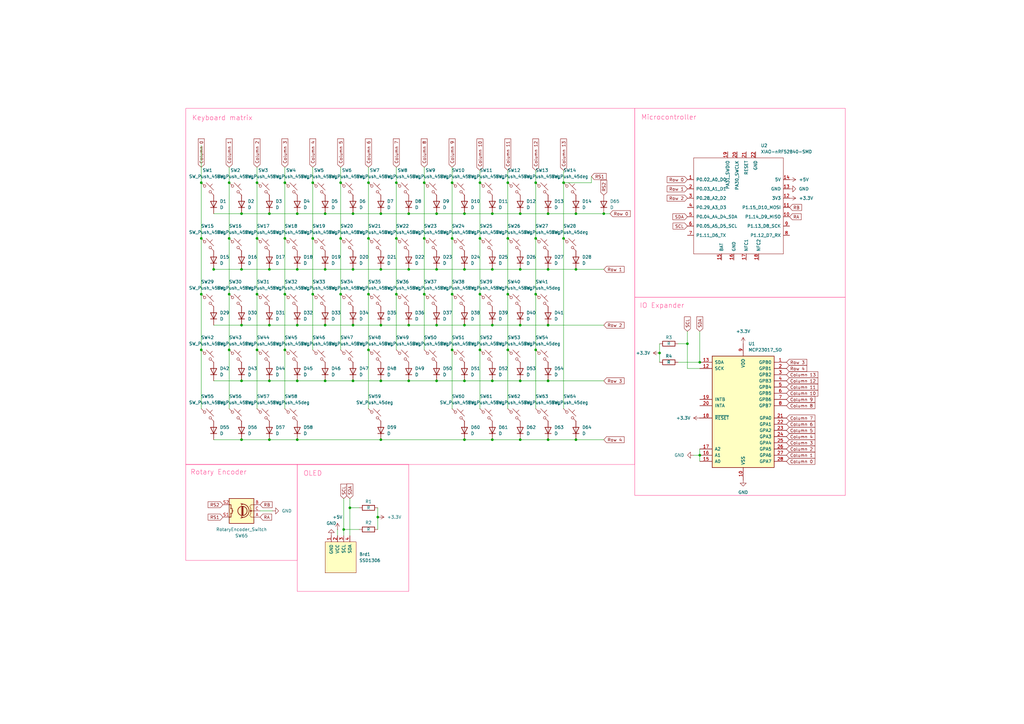
<source format=kicad_sch>
(kicad_sch (version 20250114) (generator "eeschema") (generator_version "9.0")
  (paper "A3")
  (rectangle (start 121.92 190.5) (end 167.64 242.57) (stroke (width 0) (color 255 60 140 1)))
  (rectangle (start 76.2 190.5) (end 121.92 229.87) (stroke (width 0) (color 255 60 140 1)))
  (rectangle (start 76.2 44.45) (end 260.35 190.5) (stroke (width 0) (color 255 60 140 1)))
  (rectangle (start 260.35 121.92) (end 346.71 203.2) (stroke (width 0) (color 255 60 140 1)))
  (rectangle (start 260.35 44.45) (end 346.71 121.92) (stroke (width 0) (color 255 60 140 1)))
  (text "OLED\n" (at 128.27 194.31 0) (effects (font (size 2 2))))
  (text "Keyboard matrix" (at 91.186 48.514 0) (effects (font (size 2 2))))
  (text "Rotary Encoder" (at 89.662 193.802 0) (effects (font (size 2 2))))
  (text "IO Expander" (at 271.526 125.476 0) (effects (font (size 2 2))))
  (text "Microcontroller" (at 274.32 48.26 0) (effects (font (size 2 2))))
  (junction (at 121.92 110.49))
  (junction (at 139.7 120.65))
  (junction (at 185.42 97.79))
  (junction (at 173.99 97.79))
  (junction (at 236.22 110.49))
  (junction (at 190.5 87.63))
  (junction (at 201.93 180.34))
  (junction (at 105.41 74.93))
  (junction (at 82.55 120.65))
  (junction (at 208.28 97.79))
  (junction (at 167.64 87.63))
  (junction (at 151.13 143.51))
  (junction (at 231.14 74.93))
  (junction (at 270.51 144.78))
  (junction (at 185.42 143.51))
  (junction (at 208.28 143.51))
  (junction (at 219.71 74.93))
  (junction (at 196.85 143.51))
  (junction (at 287.02 148.59))
  (junction (at 110.49 133.35))
  (junction (at 93.98 120.65))
  (junction (at 236.22 87.63))
  (junction (at 105.41 97.79))
  (junction (at 201.93 133.35))
  (junction (at 224.79 133.35))
  (junction (at 82.55 143.51))
  (junction (at 190.5 110.49))
  (junction (at 201.93 87.63))
  (junction (at 208.28 74.93))
  (junction (at 144.78 87.63))
  (junction (at 156.21 87.63))
  (junction (at 281.94 140.97))
  (junction (at 162.56 74.93))
  (junction (at 213.36 133.35))
  (junction (at 196.85 74.93))
  (junction (at 144.78 110.49))
  (junction (at 116.84 120.65))
  (junction (at 156.21 156.21))
  (junction (at 156.21 133.35))
  (junction (at 173.99 120.65))
  (junction (at 144.78 133.35))
  (junction (at 231.14 97.79))
  (junction (at 87.63 110.49))
  (junction (at 179.07 156.21))
  (junction (at 99.06 133.35))
  (junction (at 128.27 97.79))
  (junction (at 110.49 87.63))
  (junction (at 219.71 120.65))
  (junction (at 128.27 120.65))
  (junction (at 185.42 74.93))
  (junction (at 196.85 120.65))
  (junction (at 151.13 120.65))
  (junction (at 82.55 74.93))
  (junction (at 99.06 110.49))
  (junction (at 143.51 208.28))
  (junction (at 167.64 133.35))
  (junction (at 154.94 212.09))
  (junction (at 179.07 133.35))
  (junction (at 121.92 87.63))
  (junction (at 190.5 156.21))
  (junction (at 190.5 180.34))
  (junction (at 93.98 97.79))
  (junction (at 105.41 143.51))
  (junction (at 213.36 180.34))
  (junction (at 190.5 133.35))
  (junction (at 236.22 180.34))
  (junction (at 179.07 87.63))
  (junction (at 121.92 180.34))
  (junction (at 213.36 156.21))
  (junction (at 133.35 110.49))
  (junction (at 133.35 156.21))
  (junction (at 133.35 133.35))
  (junction (at 179.07 110.49))
  (junction (at 287.02 186.69))
  (junction (at 196.85 97.79))
  (junction (at 224.79 87.63))
  (junction (at 116.84 74.93))
  (junction (at 110.49 180.34))
  (junction (at 99.06 156.21))
  (junction (at 156.21 180.34))
  (junction (at 121.92 133.35))
  (junction (at 162.56 97.79))
  (junction (at 167.64 156.21))
  (junction (at 219.71 143.51))
  (junction (at 151.13 74.93))
  (junction (at 213.36 110.49))
  (junction (at 93.98 74.93))
  (junction (at 116.84 97.79))
  (junction (at 110.49 110.49))
  (junction (at 173.99 74.93))
  (junction (at 201.93 110.49))
  (junction (at 167.64 110.49))
  (junction (at 105.41 120.65))
  (junction (at 185.42 120.65))
  (junction (at 224.79 180.34))
  (junction (at 139.7 97.79))
  (junction (at 219.71 97.79))
  (junction (at 140.97 217.17))
  (junction (at 208.28 120.65))
  (junction (at 201.93 156.21))
  (junction (at 156.21 110.49))
  (junction (at 99.06 180.34))
  (junction (at 151.13 97.79))
  (junction (at 93.98 143.51))
  (junction (at 82.55 97.79))
  (junction (at 224.79 110.49))
  (junction (at 133.35 87.63))
  (junction (at 99.06 87.63))
  (junction (at 121.92 156.21))
  (junction (at 247.65 87.63))
  (junction (at 213.36 87.63))
  (junction (at 110.49 156.21))
  (junction (at 139.7 74.93))
  (junction (at 144.78 156.21))
  (junction (at 116.84 143.51))
  (junction (at 224.79 156.21))
  (junction (at 162.56 120.65))
  (junction (at 128.27 74.93))
  (wire (pts (xy 143.51 208.28) (xy 143.51 219.71)))
  (wire (pts (xy 139.7 74.93) (xy 139.7 68.58)))
  (wire (pts (xy 208.28 74.93) (xy 208.28 97.79)))
  (wire (pts (xy 133.35 133.35) (xy 144.78 133.35)))
  (wire (pts (xy 201.93 87.63) (xy 213.36 87.63)))
  (wire (pts (xy 121.92 87.63) (xy 133.35 87.63)))
  (wire (pts (xy 110.49 133.35) (xy 121.92 133.35)))
  (wire (pts (xy 128.27 74.93) (xy 128.27 68.58)))
  (wire (pts (xy 128.27 120.65) (xy 128.27 143.51)))
  (wire (pts (xy 116.84 143.51) (xy 116.84 167.64)))
  (wire (pts (xy 106.68 209.55) (xy 111.76 209.55)))
  (wire (pts (xy 99.06 156.21) (xy 110.49 156.21)))
  (wire (pts (xy 93.98 97.79) (xy 93.98 74.93)))
  (wire (pts (xy 196.85 143.51) (xy 196.85 120.65)))
  (wire (pts (xy 110.49 110.49) (xy 99.06 110.49)))
  (wire (pts (xy 185.42 97.79) (xy 185.42 120.65)))
  (wire (pts (xy 138.43 217.17) (xy 138.43 219.71)))
  (wire (pts (xy 179.07 110.49) (xy 167.64 110.49)))
  (wire (pts (xy 156.21 180.34) (xy 190.5 180.34)))
  (wire (pts (xy 121.92 110.49) (xy 110.49 110.49)))
  (wire (pts (xy 190.5 110.49) (xy 179.07 110.49)))
  (wire (pts (xy 105.41 74.93) (xy 105.41 97.79)))
  (wire (pts (xy 128.27 120.65) (xy 128.27 97.79)))
  (wire (pts (xy 201.93 180.34) (xy 213.36 180.34)))
  (wire (pts (xy 224.79 110.49) (xy 213.36 110.49)))
  (wire (pts (xy 278.13 148.59) (xy 287.02 148.59)))
  (wire (pts (xy 156.21 110.49) (xy 144.78 110.49)))
  (wire (pts (xy 284.48 186.69) (xy 287.02 186.69)))
  (wire (pts (xy 179.07 133.35) (xy 190.5 133.35)))
  (wire (pts (xy 167.64 110.49) (xy 156.21 110.49)))
  (wire (pts (xy 133.35 110.49) (xy 121.92 110.49)))
  (wire (pts (xy 82.55 143.51) (xy 82.55 167.64)))
  (wire (pts (xy 116.84 74.93) (xy 116.84 68.58)))
  (wire (pts (xy 133.35 156.21) (xy 144.78 156.21)))
  (wire (pts (xy 121.92 180.34) (xy 156.21 180.34)))
  (wire (pts (xy 105.41 97.79) (xy 105.41 120.65)))
  (wire (pts (xy 154.94 212.09) (xy 154.94 217.17)))
  (wire (pts (xy 151.13 120.65) (xy 151.13 97.79)))
  (wire (pts (xy 162.56 74.93) (xy 162.56 68.58)))
  (wire (pts (xy 87.63 87.63) (xy 99.06 87.63)))
  (wire (pts (xy 213.36 180.34) (xy 224.79 180.34)))
  (wire (pts (xy 224.79 87.63) (xy 236.22 87.63)))
  (wire (pts (xy 110.49 180.34) (xy 121.92 180.34)))
  (wire (pts (xy 167.64 87.63) (xy 179.07 87.63)))
  (wire (pts (xy 281.94 151.13) (xy 287.02 151.13)))
  (wire (pts (xy 156.21 133.35) (xy 167.64 133.35)))
  (wire (pts (xy 147.32 217.17) (xy 140.97 217.17)))
  (wire (pts (xy 156.21 156.21) (xy 167.64 156.21)))
  (wire (pts (xy 116.84 97.79) (xy 116.84 120.65)))
  (wire (pts (xy 99.06 180.34) (xy 110.49 180.34)))
  (wire (pts (xy 231.14 74.93) (xy 231.14 97.79)))
  (wire (pts (xy 219.71 120.65) (xy 219.71 97.79)))
  (wire (pts (xy 208.28 143.51) (xy 208.28 167.64)))
  (wire (pts (xy 270.51 140.97) (xy 270.51 144.78)))
  (wire (pts (xy 185.42 143.51) (xy 185.42 167.64)))
  (wire (pts (xy 213.36 87.63) (xy 224.79 87.63)))
  (wire (pts (xy 87.63 109.22) (xy 87.63 110.49)))
  (wire (pts (xy 82.55 97.79) (xy 82.55 120.65)))
  (wire (pts (xy 121.92 133.35) (xy 133.35 133.35)))
  (wire (pts (xy 116.84 120.65) (xy 116.84 143.51)))
  (wire (pts (xy 128.27 97.79) (xy 128.27 74.93)))
  (wire (pts (xy 105.41 74.93) (xy 105.41 68.58)))
  (wire (pts (xy 87.63 180.34) (xy 99.06 180.34)))
  (wire (pts (xy 87.63 133.35) (xy 99.06 133.35)))
  (wire (pts (xy 93.98 143.51) (xy 93.98 120.65)))
  (wire (pts (xy 201.93 133.35) (xy 213.36 133.35)))
  (wire (pts (xy 133.35 87.63) (xy 144.78 87.63)))
  (wire (pts (xy 116.84 97.79) (xy 116.84 74.93)))
  (wire (pts (xy 110.49 87.63) (xy 121.92 87.63)))
  (wire (pts (xy 151.13 74.93) (xy 151.13 68.58)))
  (wire (pts (xy 196.85 74.93) (xy 196.85 69.85)))
  (wire (pts (xy 224.79 133.35) (xy 247.65 133.35)))
  (wire (pts (xy 242.57 74.93) (xy 242.57 72.39)))
  (wire (pts (xy 236.22 110.49) (xy 247.65 110.49)))
  (wire (pts (xy 151.13 167.64) (xy 151.13 143.51)))
  (wire (pts (xy 213.36 110.49) (xy 201.93 110.49)))
  (wire (pts (xy 201.93 110.49) (xy 190.5 110.49)))
  (wire (pts (xy 196.85 167.64) (xy 196.85 143.51)))
  (wire (pts (xy 185.42 143.51) (xy 185.42 120.65)))
  (wire (pts (xy 219.71 143.51) (xy 219.71 120.65)))
  (wire (pts (xy 139.7 143.51) (xy 139.7 120.65)))
  (wire (pts (xy 224.79 110.49) (xy 236.22 110.49)))
  (wire (pts (xy 224.79 180.34) (xy 236.22 180.34)))
  (wire (pts (xy 213.36 133.35) (xy 224.79 133.35)))
  (wire (pts (xy 231.14 167.64) (xy 231.14 97.79)))
  (wire (pts (xy 110.49 156.21) (xy 121.92 156.21)))
  (wire (pts (xy 121.92 156.21) (xy 133.35 156.21)))
  (wire (pts (xy 144.78 133.35) (xy 156.21 133.35)))
  (wire (pts (xy 93.98 74.93) (xy 93.98 68.58)))
  (wire (pts (xy 185.42 74.93) (xy 185.42 68.58)))
  (wire (pts (xy 196.85 97.79) (xy 196.85 74.93)))
  (wire (pts (xy 219.71 143.51) (xy 219.71 167.64)))
  (wire (pts (xy 93.98 97.79) (xy 93.98 120.65)))
  (wire (pts (xy 167.64 156.21) (xy 179.07 156.21)))
  (wire (pts (xy 281.94 135.89) (xy 281.94 140.97)))
  (wire (pts (xy 143.51 204.47) (xy 143.51 208.28)))
  (wire (pts (xy 93.98 167.64) (xy 93.98 143.51)))
  (wire (pts (xy 82.55 59.69) (xy 82.55 74.93)))
  (wire (pts (xy 139.7 120.65) (xy 139.7 97.79)))
  (wire (pts (xy 208.28 74.93) (xy 208.28 69.85)))
  (wire (pts (xy 287.02 186.69) (xy 287.02 189.23)))
  (wire (pts (xy 179.07 156.21) (xy 190.5 156.21)))
  (wire (pts (xy 231.14 74.93) (xy 231.14 69.85)))
  (wire (pts (xy 281.94 140.97) (xy 281.94 151.13)))
  (wire (pts (xy 162.56 143.51) (xy 162.56 120.65)))
  (wire (pts (xy 167.64 133.35) (xy 179.07 133.35)))
  (wire (pts (xy 196.85 120.65) (xy 196.85 97.79)))
  (wire (pts (xy 213.36 156.21) (xy 224.79 156.21)))
  (wire (pts (xy 231.14 74.93) (xy 242.57 74.93)))
  (wire (pts (xy 219.71 74.93) (xy 219.71 69.85)))
  (wire (pts (xy 219.71 97.79) (xy 219.71 74.93)))
  (wire (pts (xy 156.21 87.63) (xy 167.64 87.63)))
  (wire (pts (xy 147.32 208.28) (xy 143.51 208.28)))
  (wire (pts (xy 173.99 74.93) (xy 173.99 97.79)))
  (wire (pts (xy 173.99 120.65) (xy 173.99 143.51)))
  (wire (pts (xy 82.55 120.65) (xy 82.55 143.51)))
  (wire (pts (xy 139.7 97.79) (xy 139.7 74.93)))
  (wire (pts (xy 247.65 87.63) (xy 250.19 87.63)))
  (wire (pts (xy 87.63 156.21) (xy 99.06 156.21)))
  (wire (pts (xy 190.5 180.34) (xy 201.93 180.34)))
  (wire (pts (xy 162.56 97.79) (xy 162.56 74.93)))
  (wire (pts (xy 287.02 135.89) (xy 287.02 148.59)))
  (wire (pts (xy 270.51 144.78) (xy 270.51 148.59)))
  (wire (pts (xy 190.5 156.21) (xy 201.93 156.21)))
  (wire (pts (xy 236.22 87.63) (xy 247.65 87.63)))
  (wire (pts (xy 105.41 143.51) (xy 105.41 167.64)))
  (wire (pts (xy 236.22 180.34) (xy 247.65 180.34)))
  (wire (pts (xy 140.97 217.17) (xy 140.97 219.71)))
  (wire (pts (xy 208.28 143.51) (xy 208.28 120.65)))
  (wire (pts (xy 99.06 110.49) (xy 87.63 110.49)))
  (wire (pts (xy 82.55 74.93) (xy 82.55 97.79)))
  (wire (pts (xy 190.5 133.35) (xy 201.93 133.35)))
  (wire (pts (xy 185.42 74.93) (xy 185.42 97.79)))
  (wire (pts (xy 162.56 97.79) (xy 162.56 120.65)))
  (wire (pts (xy 208.28 120.65) (xy 208.28 97.79)))
  (wire (pts (xy 151.13 120.65) (xy 151.13 143.51)))
  (wire (pts (xy 154.94 208.28) (xy 154.94 212.09)))
  (wire (pts (xy 144.78 87.63) (xy 156.21 87.63)))
  (wire (pts (xy 140.97 204.47) (xy 140.97 217.17)))
  (wire (pts (xy 105.41 143.51) (xy 105.41 120.65)))
  (wire (pts (xy 287.02 184.15) (xy 287.02 186.69)))
  (wire (pts (xy 144.78 110.49) (xy 133.35 110.49)))
  (wire (pts (xy 151.13 74.93) (xy 151.13 97.79)))
  (wire (pts (xy 99.06 87.63) (xy 110.49 87.63)))
  (wire (pts (xy 99.06 133.35) (xy 110.49 133.35)))
  (wire (pts (xy 278.13 140.97) (xy 281.94 140.97)))
  (wire (pts (xy 224.79 156.21) (xy 247.65 156.21)))
  (wire (pts (xy 173.99 74.93) (xy 173.99 68.58)))
  (wire (pts (xy 173.99 97.79) (xy 173.99 120.65)))
  (wire (pts (xy 201.93 156.21) (xy 213.36 156.21)))
  (wire (pts (xy 190.5 87.63) (xy 201.93 87.63)))
  (wire (pts (xy 179.07 87.63) (xy 190.5 87.63)))
  (wire (pts (xy 144.78 156.21) (xy 156.21 156.21)))
  (global_label "Column 2" (shape input) (at 105.41 68.58 90) (property "Intersheetrefs" "${INTERSHEET_REFS}" (effects (hide yes))))
  (global_label "Row 1" (shape input) (at 247.65 110.49 0) (property "Intersheetrefs" "${INTERSHEET_REFS}" (effects (hide yes))))
  (global_label "Row 2" (shape input) (at 281.94 81.28 180) (property "Intersheetrefs" "${INTERSHEET_REFS}" (effects (hide yes))))
  (global_label "Row 2" (shape input) (at 247.65 133.35 0) (property "Intersheetrefs" "${INTERSHEET_REFS}" (effects (hide yes))))
  (global_label "Column 1" (shape input) (at 93.98 68.58 90) (property "Intersheetrefs" "${INTERSHEET_REFS}" (effects (hide yes))))
  (global_label "SCL" (shape input) (at 281.94 92.71 180) (property "Intersheetrefs" "${INTERSHEET_REFS}" (effects (hide yes))))
  (global_label "Row 3" (shape input) (at 247.65 156.21 0) (property "Intersheetrefs" "${INTERSHEET_REFS}" (effects (hide yes))))
  (global_label "Column 4" (shape input) (at 128.27 68.58 90) (property "Intersheetrefs" "${INTERSHEET_REFS}" (effects (hide yes))))
  (global_label "RB" (shape input) (at 106.68 207.01 0) (property "Intersheetrefs" "${INTERSHEET_REFS}" (effects (hide yes))))
  (global_label "Column 5" (shape input) (at 322.58 176.53 0) (property "Intersheetrefs" "${INTERSHEET_REFS}" (effects (hide yes))))
  (global_label "Row 1" (shape input) (at 281.94 77.47 180) (property "Intersheetrefs" "${INTERSHEET_REFS}" (effects (hide yes))))
  (global_label "RS2" (shape input) (at 91.44 207.01 180) (property "Intersheetrefs" "${INTERSHEET_REFS}" (effects (hide yes))))
  (global_label "Column 11" (shape input) (at 322.58 158.75 0) (property "Intersheetrefs" "${INTERSHEET_REFS}" (effects (hide yes))))
  (global_label "Column 10" (shape input) (at 322.58 161.29 0) (property "Intersheetrefs" "${INTERSHEET_REFS}" (effects (hide yes))))
  (global_label "Row 4" (shape input) (at 247.65 180.34 0) (property "Intersheetrefs" "${INTERSHEET_REFS}" (effects (hide yes))))
  (global_label "Column 11" (shape input) (at 208.28 69.85 90) (property "Intersheetrefs" "${INTERSHEET_REFS}" (effects (hide yes))))
  (global_label "Row 4" (shape input) (at 322.58 151.13 0) (property "Intersheetrefs" "${INTERSHEET_REFS}" (effects (hide yes))))
  (global_label "Column 9" (shape input) (at 185.42 68.58 90) (property "Intersheetrefs" "${INTERSHEET_REFS}" (effects (hide yes))))
  (global_label "Column 8" (shape input) (at 173.99 68.58 90) (property "Intersheetrefs" "${INTERSHEET_REFS}" (effects (hide yes))))
  (global_label "SDA" (shape input) (at 281.94 88.9 180) (property "Intersheetrefs" "${INTERSHEET_REFS}" (effects (hide yes))))
  (global_label "Column 1" (shape input) (at 322.58 186.69 0) (property "Intersheetrefs" "${INTERSHEET_REFS}" (effects (hide yes))))
  (global_label "RS2" (shape input) (at 247.65 80.01 90) (property "Intersheetrefs" "${INTERSHEET_REFS}" (effects (hide yes))))
  (global_label "Column 6" (shape input) (at 151.13 68.58 90) (property "Intersheetrefs" "${INTERSHEET_REFS}" (effects (hide yes))))
  (global_label "Column 10" (shape input) (at 196.85 69.85 90) (property "Intersheetrefs" "${INTERSHEET_REFS}" (effects (hide yes))))
  (global_label "Column 8" (shape input) (at 322.58 166.37 0) (property "Intersheetrefs" "${INTERSHEET_REFS}" (effects (hide yes))))
  (global_label "Row 0" (shape input) (at 281.94 73.66 180) (property "Intersheetrefs" "${INTERSHEET_REFS}" (effects (hide yes))))
  (global_label "Column 3" (shape input) (at 116.84 68.58 90) (property "Intersheetrefs" "${INTERSHEET_REFS}" (effects (hide yes))))
  (global_label "Column 5" (shape input) (at 139.7 68.58 90) (property "Intersheetrefs" "${INTERSHEET_REFS}" (effects (hide yes))))
  (global_label "Column 2" (shape input) (at 322.58 184.15 0) (property "Intersheetrefs" "${INTERSHEET_REFS}" (effects (hide yes))))
  (global_label "Column 7" (shape input) (at 322.58 171.45 0) (property "Intersheetrefs" "${INTERSHEET_REFS}" (effects (hide yes))))
  (global_label "Column 13" (shape input) (at 322.58 153.67 0) (property "Intersheetrefs" "${INTERSHEET_REFS}" (effects (hide yes))))
  (global_label "Column 12" (shape input) (at 219.71 69.85 90) (property "Intersheetrefs" "${INTERSHEET_REFS}" (effects (hide yes))))
  (global_label "Row 3" (shape input) (at 322.58 148.59 0) (property "Intersheetrefs" "${INTERSHEET_REFS}" (effects (hide yes))))
  (global_label "RA" (shape input) (at 323.85 88.9 0) (property "Intersheetrefs" "${INTERSHEET_REFS}" (effects (hide yes))))
  (global_label "Column 13" (shape input) (at 231.14 69.85 90) (property "Intersheetrefs" "${INTERSHEET_REFS}" (effects (hide yes))))
  (global_label "Column 3" (shape input) (at 322.58 181.61 0) (property "Intersheetrefs" "${INTERSHEET_REFS}" (effects (hide yes))))
  (global_label "RS1" (shape input) (at 91.44 212.09 180) (property "Intersheetrefs" "${INTERSHEET_REFS}" (effects (hide yes))))
  (global_label "RS1" (shape input) (at 242.57 72.39 0) (property "Intersheetrefs" "${INTERSHEET_REFS}" (effects (hide yes))))
  (global_label "Column 9" (shape input) (at 322.58 163.83 0) (property "Intersheetrefs" "${INTERSHEET_REFS}" (effects (hide yes))))
  (global_label "SDA" (shape input) (at 287.02 135.89 90) (property "Intersheetrefs" "${INTERSHEET_REFS}" (effects (hide yes))))
  (global_label "RA" (shape input) (at 106.68 212.09 0) (property "Intersheetrefs" "${INTERSHEET_REFS}" (effects (hide yes))))
  (global_label "Column 0" (shape input) (at 82.55 68.58 90) (property "Intersheetrefs" "${INTERSHEET_REFS}" (effects (hide yes))))
  (global_label "Column 12" (shape input) (at 322.58 156.21 0) (property "Intersheetrefs" "${INTERSHEET_REFS}" (effects (hide yes))))
  (global_label "Column 7" (shape input) (at 162.56 68.58 90) (property "Intersheetrefs" "${INTERSHEET_REFS}" (effects (hide yes))))
  (global_label "Column 0" (shape input) (at 322.58 189.23 0) (property "Intersheetrefs" "${INTERSHEET_REFS}" (effects (hide yes))))
  (global_label "Row 0" (shape input) (at 250.19 87.63 0) (property "Intersheetrefs" "${INTERSHEET_REFS}" (effects (hide yes))))
  (global_label "SCL" (shape input) (at 140.97 204.47 90) (property "Intersheetrefs" "${INTERSHEET_REFS}" (effects (hide yes))))
  (global_label "SCL" (shape input) (at 281.94 135.89 90) (property "Intersheetrefs" "${INTERSHEET_REFS}" (effects (hide yes))))
  (global_label "Column 4" (shape input) (at 322.58 179.07 0) (property "Intersheetrefs" "${INTERSHEET_REFS}" (effects (hide yes))))
  (global_label "SDA" (shape input) (at 143.51 204.47 90) (property "Intersheetrefs" "${INTERSHEET_REFS}" (effects (hide yes))))
  (global_label "RB" (shape input) (at 323.85 85.09 0) (property "Intersheetrefs" "${INTERSHEET_REFS}" (effects (hide yes))))
  (global_label "Column 6" (shape input) (at 322.58 173.99 0) (property "Intersheetrefs" "${INTERSHEET_REFS}" (effects (hide yes))))
  (symbol (lib_id "Switch:SW_Push_45deg") (at 176.53 100.33 0) (unit 1)
    (property "Reference" "SW23" (at 176.53 92.71 0))
    (property "Value" "SW_Push_45deg" (at 176.53 95.25 0))
    (property "Footprint" "Button_Switch_Keyboard:SW_Cherry_MX_1.00u_PCB" (effects (hide yes)))
    (property "Description" "Push button switch, normally open, two pins, 45° tilted" (effects (hide yes)))
  )
  (symbol (lib_id "Device:D") (at 201.93 176.53 90) (unit 1)
    (property "Reference" "D61" (at 204.47 175.2599 90) (effects (justify right)))
    (property "Value" "D" (at 204.47 177.7999 90) (effects (justify right)))
    (property "Footprint" "Diode_THT:D_DO-35_SOD27_P7.62mm_Horizontal" (effects (hide yes)))
    (property "Description" "Diode" (effects (hide yes)))
    (property "Sim.Device" "D" (effects (hide yes)))
    (property "Sim.Pins" "1=K 2=A" (effects (hide yes)))
  )
  (symbol (lib_id "Device:D") (at 87.63 176.53 90) (unit 1)
    (property "Reference" "D55" (at 90.17 175.2599 90) (effects (justify right)))
    (property "Value" "D" (at 90.17 177.7999 90) (effects (justify right)))
    (property "Footprint" "Diode_THT:D_DO-35_SOD27_P7.62mm_Horizontal" (effects (hide yes)))
    (property "Description" "Diode" (effects (hide yes)))
    (property "Sim.Device" "D" (effects (hide yes)))
    (property "Sim.Pins" "1=K 2=A" (effects (hide yes)))
  )
  (symbol (lib_id "Switch:SW_Push_45deg") (at 176.53 123.19 0) (unit 1)
    (property "Reference" "SW37" (at 176.53 115.57 0))
    (property "Value" "SW_Push_45deg" (at 176.53 118.11 0))
    (property "Footprint" "Button_Switch_Keyboard:SW_Cherry_MX_1.00u_PCB" (effects (hide yes)))
    (property "Description" "Push button switch, normally open, two pins, 45° tilted" (effects (hide yes)))
  )
  (symbol (lib_id "Device:D") (at 224.79 152.4 90) (unit 1)
    (property "Reference" "D54" (at 227.33 151.1299 90) (effects (justify right)))
    (property "Value" "D" (at 227.33 153.6699 90) (effects (justify right)))
    (property "Footprint" "Diode_THT:D_DO-35_SOD27_P7.62mm_Horizontal" (effects (hide yes)))
    (property "Description" "Diode" (effects (hide yes)))
    (property "Sim.Device" "D" (effects (hide yes)))
    (property "Sim.Pins" "1=K 2=A" (effects (hide yes)))
  )
  (symbol (lib_id "Device:D") (at 236.22 83.82 90) (unit 1)
    (property "Reference" "D14" (at 238.76 82.5499 90) (effects (justify right)))
    (property "Value" "D" (at 238.76 85.0899 90) (effects (justify right)))
    (property "Footprint" "Diode_THT:D_DO-35_SOD27_P7.62mm_Horizontal" (effects (hide yes)))
    (property "Description" "Diode" (effects (hide yes)))
    (property "Sim.Device" "D" (effects (hide yes)))
    (property "Sim.Pins" "1=K 2=A" (effects (hide yes)))
  )
  (symbol (lib_id "Switch:SW_Push_45deg") (at 119.38 123.19 0) (unit 1)
    (property "Reference" "SW32" (at 119.38 115.57 0))
    (property "Value" "SW_Push_45deg" (at 119.38 118.11 0))
    (property "Footprint" "Button_Switch_Keyboard:SW_Cherry_MX_1.00u_PCB" (effects (hide yes)))
    (property "Description" "Push button switch, normally open, two pins, 45° tilted" (effects (hide yes)))
  )
  (symbol (lib_id "Switch:SW_Push_45deg") (at 153.67 146.05 0) (unit 1)
    (property "Reference" "SW48" (at 153.67 138.43 0))
    (property "Value" "SW_Push_45deg" (at 153.67 140.97 0))
    (property "Footprint" "Button_Switch_Keyboard:SW_Cherry_MX_1.00u_PCB" (effects (hide yes)))
    (property "Description" "Push button switch, normally open, two pins, 45° tilted" (effects (hide yes)))
  )
  (symbol (lib_id "Switch:SW_Push_45deg") (at 130.81 77.47 0) (unit 1)
    (property "Reference" "SW5" (at 130.81 69.85 0))
    (property "Value" "SW_Push_45deg" (at 130.81 72.39 0))
    (property "Footprint" "Button_Switch_Keyboard:SW_Cherry_MX_1.00u_PCB" (effects (hide yes)))
    (property "Description" "Push button switch, normally open, two pins, 45° tilted" (effects (hide yes)))
  )
  (symbol (lib_id "Interface_Expansion:MCP23017_SO") (at 304.8 168.91 0) (unit 1)
    (property "Reference" "U1" (at 306.9433 140.97 0) (effects (justify left)))
    (property "Value" "MCP23017_SO" (at 306.9433 143.51 0) (effects (justify left)))
    (property "Footprint" "Package_SO:SOIC-28W_7.5x17.9mm_P1.27mm" (effects (hide yes)))
    (property "Datasheet" "https://ww1.microchip.com/downloads/aemDocuments/documents/APID/ProductDocuments/DataSheets/MCP23017-Data-Sheet-DS20001952.pdf" (effects (hide yes)))
    (property "Description" "16-bit I/O expander, I2C, interrupts, w pull-ups, GPA/B7 output only (https://microchip.my.site.com/s/article/GPA7---GPB7-Cannot-Be-Used-as-Inputs-In-MCP23017),  SOIC-28" (effects (hide yes)))
  )
  (symbol (lib_id "Switch:SW_Push_45deg") (at 142.24 77.47 0) (unit 1)
    (property "Reference" "SW6" (at 142.24 69.85 0))
    (property "Value" "SW_Push_45deg" (at 142.24 72.39 0))
    (property "Footprint" "Button_Switch_Keyboard:SW_Cherry_MX_1.00u_PCB" (effects (hide yes)))
    (property "Description" "Push button switch, normally open, two pins, 45° tilted" (effects (hide yes)))
  )
  (symbol (lib_id "Switch:SW_Push_45deg") (at 85.09 77.47 0) (unit 1)
    (property "Reference" "SW1" (at 85.09 69.85 0))
    (property "Value" "SW_Push_45deg" (at 85.09 72.39 0))
    (property "Footprint" "Button_Switch_Keyboard:SW_Cherry_MX_1.00u_PCB" (effects (hide yes)))
    (property "Description" "Push button switch, normally open, two pins, 45° tilted" (effects (hide yes)))
  )
  (symbol (lib_id "Switch:SW_Push_45deg") (at 142.24 123.19 0) (unit 1)
    (property "Reference" "SW34" (at 142.24 115.57 0))
    (property "Value" "SW_Push_45deg" (at 142.24 118.11 0))
    (property "Footprint" "Button_Switch_Keyboard:SW_Cherry_MX_1.00u_PCB" (effects (hide yes)))
    (property "Description" "Push button switch, normally open, two pins, 45° tilted" (effects (hide yes)))
  )
  (symbol (lib_id "Switch:SW_Push_45deg") (at 222.25 170.18 0) (unit 1)
    (property "Reference" "SW63" (at 222.25 162.56 0))
    (property "Value" "SW_Push_45deg" (at 222.25 165.1 0))
    (property "Footprint" "Button_Switch_Keyboard:SW_Cherry_MX_1.00u_PCB" (effects (hide yes)))
    (property "Description" "Push button switch, normally open, two pins, 45° tilted" (effects (hide yes)))
  )
  (symbol (lib_id "Switch:SW_Push_45deg") (at 210.82 170.18 0) (unit 1)
    (property "Reference" "SW62" (at 210.82 162.56 0))
    (property "Value" "SW_Push_45deg" (at 210.82 165.1 0))
    (property "Footprint" "Button_Switch_Keyboard:SW_Cherry_MX_1.00u_PCB" (effects (hide yes)))
    (property "Description" "Push button switch, normally open, two pins, 45° tilted" (effects (hide yes)))
  )
  (symbol (lib_id "Device:R") (at 274.32 140.97 90) (unit 1)
    (property "Reference" "R3" (at 274.32 138.43 90))
    (property "Value" "R" (at 274.32 140.97 90))
    (property "Footprint" "Resistor_THT:R_Axial_DIN0204_L3.6mm_D1.6mm_P7.62mm_Horizontal" (effects (hide yes)))
    (property "Description" "Resistor" (effects (hide yes)))
  )
  (symbol (lib_id "power:+3.3V") (at 304.8 140.97 0) (unit 1)
    (property "Reference" "#PWR011" (effects (hide yes)))
    (property "Value" "+3.3V" (at 304.8 135.89 0))
    (property "Description" "Power symbol creates a global label with name \"+3.3V\"" (effects (hide yes)))
  )
  (symbol (lib_id "Switch:SW_Push_45deg") (at 153.67 100.33 0) (unit 1)
    (property "Reference" "SW21" (at 153.67 92.71 0))
    (property "Value" "SW_Push_45deg" (at 153.67 95.25 0))
    (property "Footprint" "Button_Switch_Keyboard:SW_Cherry_MX_1.00u_PCB" (effects (hide yes)))
    (property "Description" "Push button switch, normally open, two pins, 45° tilted" (effects (hide yes)))
  )
  (symbol (lib_id "Switch:SW_Push_45deg") (at 153.67 77.47 0) (unit 1)
    (property "Reference" "SW7" (at 153.67 69.85 0))
    (property "Value" "SW_Push_45deg" (at 153.67 72.39 0))
    (property "Footprint" "Button_Switch_Keyboard:SW_Cherry_MX_1.00u_PCB" (effects (hide yes)))
    (property "Description" "Push button switch, normally open, two pins, 45° tilted" (effects (hide yes)))
  )
  (symbol (lib_id "Device:D") (at 213.36 152.4 90) (unit 1)
    (property "Reference" "D53" (at 215.9 151.1299 90) (effects (justify right)))
    (property "Value" "D" (at 215.9 153.6699 90) (effects (justify right)))
    (property "Footprint" "Diode_THT:D_DO-35_SOD27_P7.62mm_Horizontal" (effects (hide yes)))
    (property "Description" "Diode" (effects (hide yes)))
    (property "Sim.Device" "D" (effects (hide yes)))
    (property "Sim.Pins" "1=K 2=A" (effects (hide yes)))
  )
  (symbol (lib_id "Switch:SW_Push_45deg") (at 153.67 123.19 0) (unit 1)
    (property "Reference" "SW35" (at 153.67 115.57 0))
    (property "Value" "SW_Push_45deg" (at 153.67 118.11 0))
    (property "Footprint" "Button_Switch_Keyboard:SW_Cherry_MX_1.00u_PCB" (effects (hide yes)))
    (property "Description" "Push button switch, normally open, two pins, 45° tilted" (effects (hide yes)))
  )
  (symbol (lib_id "Device:D") (at 99.06 129.54 90) (unit 1)
    (property "Reference" "D30" (at 101.6 128.2699 90) (effects (justify right)))
    (property "Value" "D" (at 101.6 130.8099 90) (effects (justify right)))
    (property "Footprint" "Diode_THT:D_DO-35_SOD27_P7.62mm_Horizontal" (effects (hide yes)))
    (property "Description" "Diode" (effects (hide yes)))
    (property "Sim.Device" "D" (effects (hide yes)))
    (property "Sim.Pins" "1=K 2=A" (effects (hide yes)))
  )
  (symbol (lib_id "Switch:SW_Push_45deg") (at 119.38 170.18 0) (unit 1)
    (property "Reference" "SW58" (at 119.38 162.56 0))
    (property "Value" "SW_Push_45deg" (at 119.38 165.1 0))
    (property "Footprint" "Button_Switch_Keyboard:SW_Cherry_MX_1.00u_PCB" (effects (hide yes)))
    (property "Description" "Push button switch, normally open, two pins, 45° tilted" (effects (hide yes)))
  )
  (symbol (lib_id "Device:D") (at 110.49 129.54 90) (unit 1)
    (property "Reference" "D31" (at 113.03 128.2699 90) (effects (justify right)))
    (property "Value" "D" (at 113.03 130.8099 90) (effects (justify right)))
    (property "Footprint" "Diode_THT:D_DO-35_SOD27_P7.62mm_Horizontal" (effects (hide yes)))
    (property "Description" "Diode" (effects (hide yes)))
    (property "Sim.Device" "D" (effects (hide yes)))
    (property "Sim.Pins" "1=K 2=A" (effects (hide yes)))
  )
  (symbol (lib_id "Device:D") (at 156.21 152.4 90) (unit 1)
    (property "Reference" "D48" (at 158.75 151.1299 90) (effects (justify right)))
    (property "Value" "D" (at 158.75 153.6699 90) (effects (justify right)))
    (property "Footprint" "Diode_THT:D_DO-35_SOD27_P7.62mm_Horizontal" (effects (hide yes)))
    (property "Description" "Diode" (effects (hide yes)))
    (property "Sim.Device" "D" (effects (hide yes)))
    (property "Sim.Pins" "1=K 2=A" (effects (hide yes)))
  )
  (symbol (lib_id "Device:D") (at 99.06 83.82 90) (unit 1)
    (property "Reference" "D2" (at 101.6 82.5499 90) (effects (justify right)))
    (property "Value" "D" (at 101.6 85.0899 90) (effects (justify right)))
    (property "Footprint" "Diode_THT:D_DO-35_SOD27_P7.62mm_Horizontal" (effects (hide yes)))
    (property "Description" "Diode" (effects (hide yes)))
    (property "Sim.Device" "D" (effects (hide yes)))
    (property "Sim.Pins" "1=K 2=A" (effects (hide yes)))
  )
  (symbol (lib_id "Switch:SW_Push_45deg") (at 165.1 123.19 0) (unit 1)
    (property "Reference" "SW36" (at 165.1 115.57 0))
    (property "Value" "SW_Push_45deg" (at 165.1 118.11 0))
    (property "Footprint" "Button_Switch_Keyboard:SW_Cherry_MX_1.00u_PCB" (effects (hide yes)))
    (property "Description" "Push button switch, normally open, two pins, 45° tilted" (effects (hide yes)))
  )
  (symbol (lib_id "Device:R") (at 151.13 217.17 90) (unit 1)
    (property "Reference" "R2" (at 151.13 214.376 90))
    (property "Value" "R" (at 151.13 217.17 90))
    (property "Footprint" "Resistor_THT:R_Axial_DIN0204_L3.6mm_D1.6mm_P7.62mm_Horizontal" (effects (hide yes)))
    (property "Description" "Resistor" (effects (hide yes)))
  )
  (symbol (lib_id "Device:D") (at 179.07 83.82 90) (unit 1)
    (property "Reference" "D9" (at 181.61 82.5499 90) (effects (justify right)))
    (property "Value" "D" (at 181.61 85.0899 90) (effects (justify right)))
    (property "Footprint" "Diode_THT:D_DO-35_SOD27_P7.62mm_Horizontal" (effects (hide yes)))
    (property "Description" "Diode" (effects (hide yes)))
    (property "Sim.Device" "D" (effects (hide yes)))
    (property "Sim.Pins" "1=K 2=A" (effects (hide yes)))
  )
  (symbol (lib_id "Device:D") (at 190.5 176.53 90) (unit 1)
    (property "Reference" "D60" (at 193.04 175.2599 90) (effects (justify right)))
    (property "Value" "D" (at 193.04 177.7999 90) (effects (justify right)))
    (property "Footprint" "Diode_THT:D_DO-35_SOD27_P7.62mm_Horizontal" (effects (hide yes)))
    (property "Description" "Diode" (effects (hide yes)))
    (property "Sim.Device" "D" (effects (hide yes)))
    (property "Sim.Pins" "1=K 2=A" (effects (hide yes)))
  )
  (symbol (lib_id "Switch:SW_Push_45deg") (at 96.52 77.47 0) (unit 1)
    (property "Reference" "SW2" (at 96.52 69.85 0))
    (property "Value" "SW_Push_45deg" (at 96.52 72.39 0))
    (property "Footprint" "Button_Switch_Keyboard:SW_Cherry_MX_1.00u_PCB" (effects (hide yes)))
    (property "Description" "Push button switch, normally open, two pins, 45° tilted" (effects (hide yes)))
  )
  (symbol (lib_id "Device:D") (at 110.49 152.4 90) (unit 1)
    (property "Reference" "D44" (at 113.03 151.1299 90) (effects (justify right)))
    (property "Value" "D" (at 113.03 153.6699 90) (effects (justify right)))
    (property "Footprint" "Diode_THT:D_DO-35_SOD27_P7.62mm_Horizontal" (effects (hide yes)))
    (property "Description" "Diode" (effects (hide yes)))
    (property "Sim.Device" "D" (effects (hide yes)))
    (property "Sim.Pins" "1=K 2=A" (effects (hide yes)))
  )
  (symbol (lib_id "Switch:SW_Push_45deg") (at 107.95 170.18 0) (unit 1)
    (property "Reference" "SW57" (at 107.95 162.56 0))
    (property "Value" "SW_Push_45deg" (at 107.95 165.1 0))
    (property "Footprint" "Button_Switch_Keyboard:SW_Cherry_MX_1.00u_PCB" (effects (hide yes)))
    (property "Description" "Push button switch, normally open, two pins, 45° tilted" (effects (hide yes)))
  )
  (symbol (lib_id "Switch:SW_Push_45deg") (at 187.96 123.19 0) (unit 1)
    (property "Reference" "SW38" (at 187.96 115.57 0))
    (property "Value" "SW_Push_45deg" (at 187.96 118.11 0))
    (property "Footprint" "Button_Switch_Keyboard:SW_Cherry_MX_1.00u_PCB" (effects (hide yes)))
    (property "Description" "Push button switch, normally open, two pins, 45° tilted" (effects (hide yes)))
  )
  (symbol (lib_id "Device:D") (at 190.5 83.82 90) (unit 1)
    (property "Reference" "D10" (at 193.04 82.5499 90) (effects (justify right)))
    (property "Value" "D" (at 193.04 85.0899 90) (effects (justify right)))
    (property "Footprint" "Diode_THT:D_DO-35_SOD27_P7.62mm_Horizontal" (effects (hide yes)))
    (property "Description" "Diode" (effects (hide yes)))
    (property "Sim.Device" "D" (effects (hide yes)))
    (property "Sim.Pins" "1=K 2=A" (effects (hide yes)))
  )
  (symbol (lib_id "Switch:SW_Push_45deg") (at 107.95 123.19 0) (unit 1)
    (property "Reference" "SW31" (at 107.95 115.57 0))
    (property "Value" "SW_Push_45deg" (at 107.95 118.11 0))
    (property "Footprint" "Button_Switch_Keyboard:SW_Cherry_MX_1.00u_PCB" (effects (hide yes)))
    (property "Description" "Push button switch, normally open, two pins, 45° tilted" (effects (hide yes)))
  )
  (symbol (lib_id "Device:D") (at 213.36 83.82 90) (unit 1)
    (property "Reference" "D12" (at 215.9 82.5499 90) (effects (justify right)))
    (property "Value" "D" (at 215.9 85.0899 90) (effects (justify right)))
    (property "Footprint" "Diode_THT:D_DO-35_SOD27_P7.62mm_Horizontal" (effects (hide yes)))
    (property "Description" "Diode" (effects (hide yes)))
    (property "Sim.Device" "D" (effects (hide yes)))
    (property "Sim.Pins" "1=K 2=A" (effects (hide yes)))
  )
  (symbol (lib_id "Switch:SW_Push_45deg") (at 233.68 77.47 0) (unit 1)
    (property "Reference" "SW14" (at 233.68 69.85 0))
    (property "Value" "SW_Push_45deg" (at 233.68 72.39 0))
    (property "Footprint" "Button_Switch_Keyboard:SW_Cherry_MX_1.00u_PCB" (effects (hide yes)))
    (property "Description" "Push button switch, normally open, two pins, 45° tilted" (effects (hide yes)))
  )
  (symbol (lib_id "Switch:SW_Push_45deg") (at 165.1 77.47 0) (unit 1)
    (property "Reference" "SW8" (at 165.1 69.85 0))
    (property "Value" "SW_Push_45deg" (at 165.1 72.39 0))
    (property "Footprint" "Button_Switch_Keyboard:SW_Cherry_MX_1.00u_PCB" (effects (hide yes)))
    (property "Description" "Push button switch, normally open, two pins, 45° tilted" (effects (hide yes)))
  )
  (symbol (lib_id "Switch:SW_Push_45deg") (at 130.81 100.33 0) (unit 1)
    (property "Reference" "SW19" (at 130.81 92.71 0))
    (property "Value" "SW_Push_45deg" (at 130.81 95.25 0))
    (property "Footprint" "Button_Switch_Keyboard:SW_Cherry_MX_1.00u_PCB" (effects (hide yes)))
    (property "Description" "Push button switch, normally open, two pins, 45° tilted" (effects (hide yes)))
  )
  (symbol (lib_id "Switch:SW_Push_45deg") (at 85.09 123.19 0) (unit 1)
    (property "Reference" "SW29" (at 85.09 115.57 0))
    (property "Value" "SW_Push_45deg" (at 85.09 118.11 0))
    (property "Footprint" "Button_Switch_Keyboard:SW_Cherry_MX_1.00u_PCB" (effects (hide yes)))
    (property "Description" "Push button switch, normally open, two pins, 45° tilted" (effects (hide yes)))
  )
  (symbol (lib_id "Switch:SW_Push_45deg") (at 165.1 100.33 0) (unit 1)
    (property "Reference" "SW22" (at 165.1 92.71 0))
    (property "Value" "SW_Push_45deg" (at 165.1 95.25 0))
    (property "Footprint" "Button_Switch_Keyboard:SW_Cherry_MX_1.00u_PCB" (effects (hide yes)))
    (property "Description" "Push button switch, normally open, two pins, 45° tilted" (effects (hide yes)))
  )
  (symbol (lib_id "Device:D") (at 201.93 152.4 90) (unit 1)
    (property "Reference" "D52" (at 204.47 151.1299 90) (effects (justify right)))
    (property "Value" "D" (at 204.47 153.6699 90) (effects (justify right)))
    (property "Footprint" "Diode_THT:D_DO-35_SOD27_P7.62mm_Horizontal" (effects (hide yes)))
    (property "Description" "Diode" (effects (hide yes)))
    (property "Sim.Device" "D" (effects (hide yes)))
    (property "Sim.Pins" "1=K 2=A" (effects (hide yes)))
  )
  (symbol (lib_id "Device:D") (at 190.5 106.68 90) (unit 1)
    (property "Reference" "D24" (at 193.04 105.4099 90) (effects (justify right)))
    (property "Value" "D" (at 193.04 107.9499 90) (effects (justify right)))
    (property "Footprint" "Diode_THT:D_DO-35_SOD27_P7.62mm_Horizontal" (effects (hide yes)))
    (property "Description" "Diode" (effects (hide yes)))
    (property "Sim.Device" "D" (effects (hide yes)))
    (property "Sim.Pins" "1=K 2=A" (effects (hide yes)))
  )
  (symbol (lib_id "power:GND") (at 135.89 219.71 180) (unit 1)
    (property "Reference" "#PWR04" (effects (hide yes)))
    (property "Value" "GND" (at 135.89 214.63 0))
    (property "Description" "Power symbol creates a global label with name \"GND\" , ground" (effects (hide yes)))
  )
  (symbol (lib_id "Device:D") (at 144.78 152.4 90) (unit 1)
    (property "Reference" "D47" (at 147.32 151.1299 90) (effects (justify right)))
    (property "Value" "D" (at 147.32 153.6699 90) (effects (justify right)))
    (property "Footprint" "Diode_THT:D_DO-35_SOD27_P7.62mm_Horizontal" (effects (hide yes)))
    (property "Description" "Diode" (effects (hide yes)))
    (property "Sim.Device" "D" (effects (hide yes)))
    (property "Sim.Pins" "1=K 2=A" (effects (hide yes)))
  )
  (symbol (lib_id "power:GND") (at 284.48 186.69 270) (unit 1)
    (property "Reference" "#PWR09" (effects (hide yes)))
    (property "Value" "GND" (at 280.67 186.6899 90) (effects (justify right)))
    (property "Description" "Power symbol creates a global label with name \"GND\" , ground" (effects (hide yes)))
  )
  (symbol (lib_id "OPL:XIAO-nRF52840-SMD") (at 303.53 85.09 0) (unit 1)
    (property "Reference" "U2" (at 312.0233 59.69 0) (effects (justify left)))
    (property "Value" "XIAO-nRF52840-SMD" (at 312.0233 62.23 0) (effects (justify left)))
    (property "Footprint" "Seeed Studio XIAO Series Library:XIAO-nRF52840-SMD" (effects (hide yes)))
  )
  (symbol (lib_id "Device:D") (at 236.22 106.68 90) (unit 1)
    (property "Reference" "D28" (at 238.76 105.4099 90) (effects (justify right)))
    (property "Value" "D" (at 238.76 107.9499 90) (effects (justify right)))
    (property "Footprint" "Diode_THT:D_DO-35_SOD27_P7.62mm_Horizontal" (effects (hide yes)))
    (property "Description" "Diode" (effects (hide yes)))
    (property "Sim.Device" "D" (effects (hide yes)))
    (property "Sim.Pins" "1=K 2=A" (effects (hide yes)))
  )
  (symbol (lib_id "Switch:SW_Push_45deg") (at 176.53 146.05 0) (unit 1)
    (property "Reference" "SW50" (at 176.53 138.43 0))
    (property "Value" "SW_Push_45deg" (at 176.53 140.97 0))
    (property "Footprint" "Button_Switch_Keyboard:SW_Cherry_MX_1.00u_PCB" (effects (hide yes)))
    (property "Description" "Push button switch, normally open, two pins, 45° tilted" (effects (hide yes)))
  )
  (symbol (lib_id "Switch:SW_Push_45deg") (at 199.39 123.19 0) (unit 1)
    (property "Reference" "SW39" (at 199.39 115.57 0))
    (property "Value" "SW_Push_45deg" (at 199.39 118.11 0))
    (property "Footprint" "Button_Switch_Keyboard:SW_Cherry_MX_1.00u_PCB" (effects (hide yes)))
    (property "Description" "Push button switch, normally open, two pins, 45° tilted" (effects (hide yes)))
  )
  (symbol (lib_id "power:+5V") (at 323.85 73.66 270) (unit 1)
    (property "Reference" "#PWR03" (effects (hide yes)))
    (property "Value" "+5V" (at 327.66 73.6599 90) (effects (justify left)))
    (property "Description" "Power symbol creates a global label with name \"+5V\"" (effects (hide yes)))
  )
  (symbol (lib_id "Switch:SW_Push_45deg") (at 107.95 100.33 0) (unit 1)
    (property "Reference" "SW17" (at 107.95 92.71 0))
    (property "Value" "SW_Push_45deg" (at 107.95 95.25 0))
    (property "Footprint" "Button_Switch_Keyboard:SW_Cherry_MX_1.00u_PCB" (effects (hide yes)))
    (property "Description" "Push button switch, normally open, two pins, 45° tilted" (effects (hide yes)))
  )
  (symbol (lib_id "Device:D") (at 167.64 106.68 90) (unit 1)
    (property "Reference" "D22" (at 170.18 105.4099 90) (effects (justify right)))
    (property "Value" "D" (at 170.18 107.9499 90) (effects (justify right)))
    (property "Footprint" "Diode_THT:D_DO-35_SOD27_P7.62mm_Horizontal" (effects (hide yes)))
    (property "Description" "Diode" (effects (hide yes)))
    (property "Sim.Device" "D" (effects (hide yes)))
    (property "Sim.Pins" "1=K 2=A" (effects (hide yes)))
  )
  (symbol (lib_id "Switch:SW_Push_45deg") (at 210.82 100.33 0) (unit 1)
    (property "Reference" "SW26" (at 210.82 92.71 0))
    (property "Value" "SW_Push_45deg" (at 210.82 95.25 0))
    (property "Footprint" "Button_Switch_Keyboard:SW_Cherry_MX_1.00u_PCB" (effects (hide yes)))
    (property "Description" "Push button switch, normally open, two pins, 45° tilted" (effects (hide yes)))
  )
  (symbol (lib_id "SSD1306-128x64_OLED:SSD1306") (at 139.7 228.6 0) (unit 1)
    (property "Reference" "Brd1" (at 147.32 227.3299 0) (effects (justify left)))
    (property "Value" "SSD1306" (at 147.32 229.8699 0) (effects (justify left)))
    (property "Footprint" "SSD1306:128x64OLED" (effects (hide yes)))
    (property "Description" "SSD1306 OLED" (effects (hide yes)))
  )
  (symbol (lib_id "power:GND") (at 304.8 196.85 0) (unit 1)
    (property "Reference" "#PWR010" (effects (hide yes)))
    (property "Value" "GND" (at 304.8 201.93 0))
    (property "Description" "Power symbol creates a global label with name \"GND\" , ground" (effects (hide yes)))
  )
  (symbol (lib_id "Switch:SW_Push_45deg") (at 130.81 123.19 0) (unit 1)
    (property "Reference" "SW33" (at 130.81 115.57 0))
    (property "Value" "SW_Push_45deg" (at 130.81 118.11 0))
    (property "Footprint" "Button_Switch_Keyboard:SW_Cherry_MX_1.00u_PCB" (effects (hide yes)))
    (property "Description" "Push button switch, normally open, two pins, 45° tilted" (effects (hide yes)))
  )
  (symbol (lib_id "Device:D") (at 99.06 106.68 90) (unit 1)
    (property "Reference" "D16" (at 101.6 105.4099 90) (effects (justify right)))
    (property "Value" "D" (at 101.6 107.9499 90) (effects (justify right)))
    (property "Footprint" "Diode_THT:D_DO-35_SOD27_P7.62mm_Horizontal" (effects (hide yes)))
    (property "Description" "Diode" (effects (hide yes)))
    (property "Sim.Device" "D" (effects (hide yes)))
    (property "Sim.Pins" "1=K 2=A" (effects (hide yes)))
  )
  (symbol (lib_id "Switch:SW_Push_45deg") (at 107.95 77.47 0) (unit 1)
    (property "Reference" "SW3" (at 107.95 69.85 0))
    (property "Value" "SW_Push_45deg" (at 107.95 72.39 0))
    (property "Footprint" "Button_Switch_Keyboard:SW_Cherry_MX_1.00u_PCB" (effects (hide yes)))
    (property "Description" "Push button switch, normally open, two pins, 45° tilted" (effects (hide yes)))
  )
  (symbol (lib_id "Device:D") (at 224.79 106.68 90) (unit 1)
    (property "Reference" "D27" (at 227.33 105.4099 90) (effects (justify right)))
    (property "Value" "D" (at 227.33 107.9499 90) (effects (justify right)))
    (property "Footprint" "Diode_THT:D_DO-35_SOD27_P7.62mm_Horizontal" (effects (hide yes)))
    (property "Description" "Diode" (effects (hide yes)))
    (property "Sim.Device" "D" (effects (hide yes)))
    (property "Sim.Pins" "1=K 2=A" (effects (hide yes)))
  )
  (symbol (lib_id "Device:D") (at 144.78 106.68 90) (unit 1)
    (property "Reference" "D20" (at 147.32 105.4099 90) (effects (justify right)))
    (property "Value" "D" (at 147.32 107.9499 90) (effects (justify right)))
    (property "Footprint" "Diode_THT:D_DO-35_SOD27_P7.62mm_Horizontal" (effects (hide yes)))
    (property "Description" "Diode" (effects (hide yes)))
    (property "Sim.Device" "D" (effects (hide yes)))
    (property "Sim.Pins" "1=K 2=A" (effects (hide yes)))
  )
  (symbol (lib_id "Device:D") (at 99.06 152.4 90) (unit 1)
    (property "Reference" "D43" (at 101.6 151.1299 90) (effects (justify right)))
    (property "Value" "D" (at 101.6 153.6699 90) (effects (justify right)))
    (property "Footprint" "Diode_THT:D_DO-35_SOD27_P7.62mm_Horizontal" (effects (hide yes)))
    (property "Description" "Diode" (effects (hide yes)))
    (property "Sim.Device" "D" (effects (hide yes)))
    (property "Sim.Pins" "1=K 2=A" (effects (hide yes)))
  )
  (symbol (lib_id "power:GND") (at 111.76 209.55 90) (unit 1)
    (property "Reference" "#PWR02" (effects (hide yes)))
    (property "Value" "GND" (at 115.57 209.5499 90) (effects (justify right)))
    (property "Description" "Power symbol creates a global label with name \"GND\" , ground" (effects (hide yes)))
  )
  (symbol (lib_id "Switch:SW_Push_45deg") (at 96.52 123.19 0) (unit 1)
    (property "Reference" "SW30" (at 96.52 115.57 0))
    (property "Value" "SW_Push_45deg" (at 96.52 118.11 0))
    (property "Footprint" "Button_Switch_Keyboard:SW_Cherry_MX_1.00u_PCB" (effects (hide yes)))
    (property "Description" "Push button switch, normally open, two pins, 45° tilted" (effects (hide yes)))
  )
  (symbol (lib_id "Device:D") (at 167.64 129.54 90) (unit 1)
    (property "Reference" "D36" (at 170.18 128.2699 90) (effects (justify right)))
    (property "Value" "D" (at 170.18 130.8099 90) (effects (justify right)))
    (property "Footprint" "Diode_THT:D_DO-35_SOD27_P7.62mm_Horizontal" (effects (hide yes)))
    (property "Description" "Diode" (effects (hide yes)))
    (property "Sim.Device" "D" (effects (hide yes)))
    (property "Sim.Pins" "1=K 2=A" (effects (hide yes)))
  )
  (symbol (lib_id "Switch:SW_Push_45deg") (at 187.96 100.33 0) (unit 1)
    (property "Reference" "SW24" (at 187.96 92.71 0))
    (property "Value" "SW_Push_45deg" (at 187.96 95.25 0))
    (property "Footprint" "Button_Switch_Keyboard:SW_Cherry_MX_1.00u_PCB" (effects (hide yes)))
    (property "Description" "Push button switch, normally open, two pins, 45° tilted" (effects (hide yes)))
  )
  (symbol (lib_id "power:GND") (at 323.85 77.47 90) (unit 1)
    (property "Reference" "#PWR01" (effects (hide yes)))
    (property "Value" "GND" (at 327.66 77.4699 90) (effects (justify right)))
    (property "Description" "Power symbol creates a global label with name \"GND\" , ground" (effects (hide yes)))
  )
  (symbol (lib_id "Device:D") (at 201.93 129.54 90) (unit 1)
    (property "Reference" "D39" (at 204.47 128.2699 90) (effects (justify right)))
    (property "Value" "D" (at 204.47 130.8099 90) (effects (justify right)))
    (property "Footprint" "Diode_THT:D_DO-35_SOD27_P7.62mm_Horizontal" (effects (hide yes)))
    (property "Description" "Diode" (effects (hide yes)))
    (property "Sim.Device" "D" (effects (hide yes)))
    (property "Sim.Pins" "1=K 2=A" (effects (hide yes)))
  )
  (symbol (lib_id "Device:D") (at 121.92 83.82 90) (unit 1)
    (property "Reference" "D4" (at 124.46 82.5499 90) (effects (justify right)))
    (property "Value" "D" (at 124.46 85.0899 90) (effects (justify right)))
    (property "Footprint" "Diode_THT:D_DO-35_SOD27_P7.62mm_Horizontal" (effects (hide yes)))
    (property "Description" "Diode" (effects (hide yes)))
    (property "Sim.Device" "D" (effects (hide yes)))
    (property "Sim.Pins" "1=K 2=A" (effects (hide yes)))
  )
  (symbol (lib_id "Switch:SW_Push_45deg") (at 222.25 123.19 0) (unit 1)
    (property "Reference" "SW41" (at 222.25 115.57 0))
    (property "Value" "SW_Push_45deg" (at 222.25 118.11 0))
    (property "Footprint" "Button_Switch_Keyboard:SW_Cherry_MX_1.00u_PCB" (effects (hide yes)))
    (property "Description" "Push button switch, normally open, two pins, 45° tilted" (effects (hide yes)))
  )
  (symbol (lib_id "Device:D") (at 144.78 129.54 90) (unit 1)
    (property "Reference" "D34" (at 147.32 128.2699 90) (effects (justify right)))
    (property "Value" "D" (at 147.32 130.8099 90) (effects (justify right)))
    (property "Footprint" "Diode_THT:D_DO-35_SOD27_P7.62mm_Horizontal" (effects (hide yes)))
    (property "Description" "Diode" (effects (hide yes)))
    (property "Sim.Device" "D" (effects (hide yes)))
    (property "Sim.Pins" "1=K 2=A" (effects (hide yes)))
  )
  (symbol (lib_id "Switch:SW_Push_45deg") (at 119.38 100.33 0) (unit 1)
    (property "Reference" "SW18" (at 119.38 92.71 0))
    (property "Value" "SW_Push_45deg" (at 119.38 95.25 0))
    (property "Footprint" "Button_Switch_Keyboard:SW_Cherry_MX_1.00u_PCB" (effects (hide yes)))
    (property "Description" "Push button switch, normally open, two pins, 45° tilted" (effects (hide yes)))
  )
  (symbol (lib_id "power:+3.3V") (at 323.85 81.28 270) (unit 1)
    (property "Reference" "#PWR07" (effects (hide yes)))
    (property "Value" "+3.3V" (at 327.66 81.2799 90) (effects (justify left)))
    (property "Description" "Power symbol creates a global label with name \"+3.3V\"" (effects (hide yes)))
  )
  (symbol (lib_id "Switch:SW_Push_45deg") (at 130.81 146.05 0) (unit 1)
    (property "Reference" "SW46" (at 130.81 138.43 0))
    (property "Value" "SW_Push_45deg" (at 130.81 140.97 0))
    (property "Footprint" "Button_Switch_Keyboard:SW_Cherry_MX_1.00u_PCB" (effects (hide yes)))
    (property "Description" "Push button switch, normally open, two pins, 45° tilted" (effects (hide yes)))
  )
  (symbol (lib_id "power:+5V") (at 138.43 217.17 0) (unit 1)
    (property "Reference" "#PWR05" (effects (hide yes)))
    (property "Value" "+5V" (at 138.43 212.09 0))
    (property "Description" "Power symbol creates a global label with name \"+5V\"" (effects (hide yes)))
  )
  (symbol (lib_id "power:+3.3V") (at 287.02 171.45 90) (unit 1)
    (property "Reference" "#PWR08" (effects (hide yes)))
    (property "Value" "+3.3V" (at 283.21 171.4499 90) (effects (justify left)))
    (property "Description" "Power symbol creates a global label with name \"+3.3V\"" (effects (hide yes)))
  )
  (symbol (lib_id "Device:R") (at 274.32 148.59 90) (unit 1)
    (property "Reference" "R4" (at 274.32 146.05 90))
    (property "Value" "R" (at 274.32 148.59 90))
    (property "Footprint" "Resistor_THT:R_Axial_DIN0204_L3.6mm_D1.6mm_P7.62mm_Horizontal" (effects (hide yes)))
    (property "Description" "Resistor" (effects (hide yes)))
  )
  (symbol (lib_id "Switch:SW_Push_45deg") (at 187.96 170.18 0) (unit 1)
    (property "Reference" "SW60" (at 187.96 162.56 0))
    (property "Value" "SW_Push_45deg" (at 187.96 165.1 0))
    (property "Footprint" "Button_Switch_Keyboard:SW_Cherry_MX_1.00u_PCB" (effects (hide yes)))
    (property "Description" "Push button switch, normally open, two pins, 45° tilted" (effects (hide yes)))
  )
  (symbol (lib_id "Switch:SW_Push_45deg") (at 153.67 170.18 0) (unit 1)
    (property "Reference" "SW59" (at 153.67 162.56 0))
    (property "Value" "SW_Push_45deg" (at 153.67 165.1 0))
    (property "Footprint" "Button_Switch_Keyboard:SW_Cherry_MX_1.00u_PCB" (effects (hide yes)))
    (property "Description" "Push button switch, normally open, two pins, 45° tilted" (effects (hide yes)))
  )
  (symbol (lib_id "Device:D") (at 179.07 106.68 90) (unit 1)
    (property "Reference" "D23" (at 181.61 105.4099 90) (effects (justify right)))
    (property "Value" "D" (at 181.61 107.9499 90) (effects (justify right)))
    (property "Footprint" "Diode_THT:D_DO-35_SOD27_P7.62mm_Horizontal" (effects (hide yes)))
    (property "Description" "Diode" (effects (hide yes)))
    (property "Sim.Device" "D" (effects (hide yes)))
    (property "Sim.Pins" "1=K 2=A" (effects (hide yes)))
  )
  (symbol (lib_id "Device:D") (at 201.93 83.82 90) (unit 1)
    (property "Reference" "D11" (at 204.47 82.5499 90) (effects (justify right)))
    (property "Value" "D" (at 204.47 85.0899 90) (effects (justify right)))
    (property "Footprint" "Diode_THT:D_DO-35_SOD27_P7.62mm_Horizontal" (effects (hide yes)))
    (property "Description" "Diode" (effects (hide yes)))
    (property "Sim.Device" "D" (effects (hide yes)))
    (property "Sim.Pins" "1=K 2=A" (effects (hide yes)))
  )
  (symbol (lib_id "Device:D") (at 87.63 106.68 90) (unit 1)
    (property "Reference" "D15" (at 90.17 105.4099 90) (effects (justify right)))
    (property "Value" "D" (at 90.17 107.9499 90) (effects (justify right)))
    (property "Footprint" "Diode_THT:D_DO-35_SOD27_P7.62mm_Horizontal" (effects (hide yes)))
    (property "Description" "Diode" (effects (hide yes)))
    (property "Sim.Device" "D" (effects (hide yes)))
    (property "Sim.Pins" "1=K 2=A" (effects (hide yes)))
  )
  (symbol (lib_id "Switch:SW_Push_45deg") (at 85.09 100.33 0) (unit 1)
    (property "Reference" "SW15" (at 85.09 92.71 0))
    (property "Value" "SW_Push_45deg" (at 85.09 95.25 0))
    (property "Footprint" "Button_Switch_Keyboard:SW_Cherry_MX_1.00u_PCB" (effects (hide yes)))
    (property "Description" "Push button switch, normally open, two pins, 45° tilted" (effects (hide yes)))
  )
  (symbol (lib_id "Device:D") (at 247.65 83.82 90) (unit 1)
    (property "Reference" "D65" (at 250.19 82.5499 90) (effects (justify right)))
    (property "Value" "D" (at 250.19 85.0899 90) (effects (justify right)))
    (property "Footprint" "Diode_THT:D_DO-35_SOD27_P7.62mm_Horizontal" (effects (hide yes)))
    (property "Description" "Diode" (effects (hide yes)))
    (property "Sim.Device" "D" (effects (hide yes)))
    (property "Sim.Pins" "1=K 2=A" (effects (hide yes)))
  )
  (symbol (lib_id "Device:D") (at 121.92 129.54 90) (unit 1)
    (property "Reference" "D32" (at 124.46 128.2699 90) (effects (justify right)))
    (property "Value" "D" (at 124.46 130.8099 90) (effects (justify right)))
    (property "Footprint" "Diode_THT:D_DO-35_SOD27_P7.62mm_Horizontal" (effects (hide yes)))
    (property "Description" "Diode" (effects (hide yes)))
    (property "Sim.Device" "D" (effects (hide yes)))
    (property "Sim.Pins" "1=K 2=A" (effects (hide yes)))
  )
  (symbol (lib_id "Device:D") (at 133.35 83.82 90) (unit 1)
    (property "Reference" "D5" (at 135.89 82.5499 90) (effects (justify right)))
    (property "Value" "D" (at 135.89 85.0899 90) (effects (justify right)))
    (property "Footprint" "Diode_THT:D_DO-35_SOD27_P7.62mm_Horizontal" (effects (hide yes)))
    (property "Description" "Diode" (effects (hide yes)))
    (property "Sim.Device" "D" (effects (hide yes)))
    (property "Sim.Pins" "1=K 2=A" (effects (hide yes)))
  )
  (symbol (lib_id "Device:D") (at 224.79 129.54 90) (unit 1)
    (property "Reference" "D41" (at 227.33 128.2699 90) (effects (justify right)))
    (property "Value" "D" (at 227.33 130.8099 90) (effects (justify right)))
    (property "Footprint" "Diode_THT:D_DO-35_SOD27_P7.62mm_Horizontal" (effects (hide yes)))
    (property "Description" "Diode" (effects (hide yes)))
    (property "Sim.Device" "D" (effects (hide yes)))
    (property "Sim.Pins" "1=K 2=A" (effects (hide yes)))
  )
  (symbol (lib_id "Device:D") (at 121.92 152.4 90) (unit 1)
    (property "Reference" "D45" (at 124.46 151.1299 90) (effects (justify right)))
    (property "Value" "D" (at 124.46 153.6699 90) (effects (justify right)))
    (property "Footprint" "Diode_THT:D_DO-35_SOD27_P7.62mm_Horizontal" (effects (hide yes)))
    (property "Description" "Diode" (effects (hide yes)))
    (property "Sim.Device" "D" (effects (hide yes)))
    (property "Sim.Pins" "1=K 2=A" (effects (hide yes)))
  )
  (symbol (lib_id "Switch:SW_Push_45deg") (at 107.95 146.05 0) (unit 1)
    (property "Reference" "SW44" (at 107.95 138.43 0))
    (property "Value" "SW_Push_45deg" (at 107.95 140.97 0))
    (property "Footprint" "Button_Switch_Keyboard:SW_Cherry_MX_1.00u_PCB" (effects (hide yes)))
    (property "Description" "Push button switch, normally open, two pins, 45° tilted" (effects (hide yes)))
  )
  (symbol (lib_id "Device:RotaryEncoder_Switch") (at 99.06 209.55 180) (unit 1)
    (property "Reference" "SW65" (at 99.06 219.71 0))
    (property "Value" "RotaryEncoder_Switch" (at 99.06 217.17 0))
    (property "Footprint" "Rotary_Encoder:RotaryEncoder_Alps_EC11E-Switch_Vertical_H20mm_CircularMountingHoles" (effects (hide yes)))
    (property "Description" "Rotary encoder, dual channel, incremental quadrate outputs, with switch" (effects (hide yes)))
  )
  (symbol (lib_id "Switch:SW_Push_45deg") (at 85.09 146.05 0) (unit 1)
    (property "Reference" "SW42" (at 85.09 138.43 0))
    (property "Value" "SW_Push_45deg" (at 85.09 140.97 0))
    (property "Footprint" "Button_Switch_Keyboard:SW_Cherry_MX_1.00u_PCB" (effects (hide yes)))
    (property "Description" "Push button switch, normally open, two pins, 45° tilted" (effects (hide yes)))
  )
  (symbol (lib_id "Switch:SW_Push_45deg") (at 233.68 100.33 0) (unit 1)
    (property "Reference" "SW28" (at 233.68 92.71 0))
    (property "Value" "SW_Push_45deg" (at 233.68 95.25 0))
    (property "Footprint" "Button_Switch_Keyboard:SW_Cherry_MX_1.00u_PCB" (effects (hide yes)))
    (property "Description" "Push button switch, normally open, two pins, 45° tilted" (effects (hide yes)))
  )
  (symbol (lib_id "Device:D") (at 121.92 106.68 90) (unit 1)
    (property "Reference" "D18" (at 124.46 105.4099 90) (effects (justify right)))
    (property "Value" "D" (at 124.46 107.9499 90) (effects (justify right)))
    (property "Footprint" "Diode_THT:D_DO-35_SOD27_P7.62mm_Horizontal" (effects (hide yes)))
    (property "Description" "Diode" (effects (hide yes)))
    (property "Sim.Device" "D" (effects (hide yes)))
    (property "Sim.Pins" "1=K 2=A" (effects (hide yes)))
  )
  (symbol (lib_id "Device:D") (at 179.07 129.54 90) (unit 1)
    (property "Reference" "D37" (at 181.61 128.2699 90) (effects (justify right)))
    (property "Value" "D" (at 181.61 130.8099 90) (effects (justify right)))
    (property "Footprint" "Diode_THT:D_DO-35_SOD27_P7.62mm_Horizontal" (effects (hide yes)))
    (property "Description" "Diode" (effects (hide yes)))
    (property "Sim.Device" "D" (effects (hide yes)))
    (property "Sim.Pins" "1=K 2=A" (effects (hide yes)))
  )
  (symbol (lib_id "Switch:SW_Push_45deg") (at 119.38 77.47 0) (unit 1)
    (property "Reference" "SW4" (at 119.38 69.85 0))
    (property "Value" "SW_Push_45deg" (at 119.38 72.39 0))
    (property "Footprint" "Button_Switch_Keyboard:SW_Cherry_MX_1.00u_PCB" (effects (hide yes)))
    (property "Description" "Push button switch, normally open, two pins, 45° tilted" (effects (hide yes)))
  )
  (symbol (lib_id "Device:D") (at 87.63 129.54 90) (unit 1)
    (property "Reference" "D29" (at 90.17 128.2699 90) (effects (justify right)))
    (property "Value" "D" (at 90.17 130.8099 90) (effects (justify right)))
    (property "Footprint" "Diode_THT:D_DO-35_SOD27_P7.62mm_Horizontal" (effects (hide yes)))
    (property "Description" "Diode" (effects (hide yes)))
    (property "Sim.Device" "D" (effects (hide yes)))
    (property "Sim.Pins" "1=K 2=A" (effects (hide yes)))
  )
  (symbol (lib_id "Switch:SW_Push_45deg") (at 176.53 77.47 0) (unit 1)
    (property "Reference" "SW9" (at 176.53 69.85 0))
    (property "Value" "SW_Push_45deg" (at 176.53 72.39 0))
    (property "Footprint" "Button_Switch_Keyboard:SW_Cherry_MX_1.00u_PCB" (effects (hide yes)))
    (property "Description" "Push button switch, normally open, two pins, 45° tilted" (effects (hide yes)))
  )
  (symbol (lib_id "Device:D") (at 167.64 83.82 90) (unit 1)
    (property "Reference" "D8" (at 170.18 82.5499 90) (effects (justify right)))
    (property "Value" "D" (at 170.18 85.0899 90) (effects (justify right)))
    (property "Footprint" "Diode_THT:D_DO-35_SOD27_P7.62mm_Horizontal" (effects (hide yes)))
    (property "Description" "Diode" (effects (hide yes)))
    (property "Sim.Device" "D" (effects (hide yes)))
    (property "Sim.Pins" "1=K 2=A" (effects (hide yes)))
  )
  (symbol (lib_id "Device:D") (at 87.63 83.82 90) (unit 1)
    (property "Reference" "D1" (at 90.17 82.5499 90) (effects (justify right)))
    (property "Value" "D" (at 90.17 85.0899 90) (effects (justify right)))
    (property "Footprint" "Diode_THT:D_DO-35_SOD27_P7.62mm_Horizontal" (effects (hide yes)))
    (property "Description" "Diode" (effects (hide yes)))
    (property "Sim.Device" "D" (effects (hide yes)))
    (property "Sim.Pins" "1=K 2=A" (effects (hide yes)))
  )
  (symbol (lib_id "Device:D") (at 144.78 83.82 90) (unit 1)
    (property "Reference" "D6" (at 147.32 82.5499 90) (effects (justify right)))
    (property "Value" "D" (at 147.32 85.0899 90) (effects (justify right)))
    (property "Footprint" "Diode_THT:D_DO-35_SOD27_P7.62mm_Horizontal" (effects (hide yes)))
    (property "Description" "Diode" (effects (hide yes)))
    (property "Sim.Device" "D" (effects (hide yes)))
    (property "Sim.Pins" "1=K 2=A" (effects (hide yes)))
  )
  (symbol (lib_id "Switch:SW_Push_45deg") (at 199.39 77.47 0) (unit 1)
    (property "Reference" "SW11" (at 199.39 69.85 0))
    (property "Value" "SW_Push_45deg" (at 199.39 72.39 0))
    (property "Footprint" "Button_Switch_Keyboard:SW_Cherry_MX_1.00u_PCB" (effects (hide yes)))
    (property "Description" "Push button switch, normally open, two pins, 45° tilted" (effects (hide yes)))
  )
  (symbol (lib_id "Device:D") (at 156.21 129.54 90) (unit 1)
    (property "Reference" "D35" (at 158.75 128.2699 90) (effects (justify right)))
    (property "Value" "D" (at 158.75 130.8099 90) (effects (justify right)))
    (property "Footprint" "Diode_THT:D_DO-35_SOD27_P7.62mm_Horizontal" (effects (hide yes)))
    (property "Description" "Diode" (effects (hide yes)))
    (property "Sim.Device" "D" (effects (hide yes)))
    (property "Sim.Pins" "1=K 2=A" (effects (hide yes)))
  )
  (symbol (lib_id "Switch:SW_Push_45deg") (at 96.52 146.05 0) (unit 1)
    (property "Reference" "SW43" (at 96.52 138.43 0))
    (property "Value" "SW_Push_45deg" (at 96.52 140.97 0))
    (property "Footprint" "Button_Switch_Keyboard:SW_Cherry_MX_1.00u_PCB" (effects (hide yes)))
    (property "Description" "Push button switch, normally open, two pins, 45° tilted" (effects (hide yes)))
  )
  (symbol (lib_id "Device:D") (at 236.22 176.53 90) (unit 1)
    (property "Reference" "D64" (at 238.76 175.2599 90) (effects (justify right)))
    (property "Value" "D" (at 238.76 177.7999 90) (effects (justify right)))
    (property "Footprint" "Diode_THT:D_DO-35_SOD27_P7.62mm_Horizontal" (effects (hide yes)))
    (property "Description" "Diode" (effects (hide yes)))
    (property "Sim.Device" "D" (effects (hide yes)))
    (property "Sim.Pins" "1=K 2=A" (effects (hide yes)))
  )
  (symbol (lib_id "Switch:SW_Push_45deg") (at 199.39 100.33 0) (unit 1)
    (property "Reference" "SW25" (at 199.39 92.71 0))
    (property "Value" "SW_Push_45deg" (at 199.39 95.25 0))
    (property "Footprint" "Button_Switch_Keyboard:SW_Cherry_MX_1.00u_PCB" (effects (hide yes)))
    (property "Description" "Push button switch, normally open, two pins, 45° tilted" (effects (hide yes)))
  )
  (symbol (lib_id "Device:D") (at 110.49 83.82 90) (unit 1)
    (property "Reference" "D3" (at 113.03 82.5499 90) (effects (justify right)))
    (property "Value" "D" (at 113.03 85.0899 90) (effects (justify right)))
    (property "Footprint" "Diode_THT:D_DO-35_SOD27_P7.62mm_Horizontal" (effects (hide yes)))
    (property "Description" "Diode" (effects (hide yes)))
    (property "Sim.Device" "D" (effects (hide yes)))
    (property "Sim.Pins" "1=K 2=A" (effects (hide yes)))
  )
  (symbol (lib_id "Switch:SW_Push_45deg") (at 96.52 100.33 0) (unit 1)
    (property "Reference" "SW16" (at 96.52 92.71 0))
    (property "Value" "SW_Push_45deg" (at 96.52 95.25 0))
    (property "Footprint" "Button_Switch_Keyboard:SW_Cherry_MX_1.00u_PCB" (effects (hide yes)))
    (property "Description" "Push button switch, normally open, two pins, 45° tilted" (effects (hide yes)))
  )
  (symbol (lib_id "Device:D") (at 224.79 83.82 90) (unit 1)
    (property "Reference" "D13" (at 227.33 82.5499 90) (effects (justify right)))
    (property "Value" "D" (at 227.33 85.0899 90) (effects (justify right)))
    (property "Footprint" "Diode_THT:D_DO-35_SOD27_P7.62mm_Horizontal" (effects (hide yes)))
    (property "Description" "Diode" (effects (hide yes)))
    (property "Sim.Device" "D" (effects (hide yes)))
    (property "Sim.Pins" "1=K 2=A" (effects (hide yes)))
  )
  (symbol (lib_id "Device:D") (at 156.21 176.53 90) (unit 1)
    (property "Reference" "D59" (at 158.75 175.2599 90) (effects (justify right)))
    (property "Value" "D" (at 158.75 177.7999 90) (effects (justify right)))
    (property "Footprint" "Diode_THT:D_DO-35_SOD27_P7.62mm_Horizontal" (effects (hide yes)))
    (property "Description" "Diode" (effects (hide yes)))
    (property "Sim.Device" "D" (effects (hide yes)))
    (property "Sim.Pins" "1=K 2=A" (effects (hide yes)))
  )
  (symbol (lib_id "Switch:SW_Push_45deg") (at 222.25 100.33 0) (unit 1)
    (property "Reference" "SW27" (at 222.25 92.71 0))
    (property "Value" "SW_Push_45deg" (at 222.25 95.25 0))
    (property "Footprint" "Button_Switch_Keyboard:SW_Cherry_MX_1.00u_PCB" (effects (hide yes)))
    (property "Description" "Push button switch, normally open, two pins, 45° tilted" (effects (hide yes)))
  )
  (symbol (lib_id "Device:D") (at 213.36 176.53 90) (unit 1)
    (property "Reference" "D62" (at 215.9 175.2599 90) (effects (justify right)))
    (property "Value" "D" (at 215.9 177.7999 90) (effects (justify right)))
    (property "Footprint" "Diode_THT:D_DO-35_SOD27_P7.62mm_Horizontal" (effects (hide yes)))
    (property "Description" "Diode" (effects (hide yes)))
    (property "Sim.Device" "D" (effects (hide yes)))
    (property "Sim.Pins" "1=K 2=A" (effects (hide yes)))
  )
  (symbol (lib_id "Device:D") (at 190.5 129.54 90) (unit 1)
    (property "Reference" "D38" (at 193.04 128.2699 90) (effects (justify right)))
    (property "Value" "D" (at 193.04 130.8099 90) (effects (justify right)))
    (property "Footprint" "Diode_THT:D_DO-35_SOD27_P7.62mm_Horizontal" (effects (hide yes)))
    (property "Description" "Diode" (effects (hide yes)))
    (property "Sim.Device" "D" (effects (hide yes)))
    (property "Sim.Pins" "1=K 2=A" (effects (hide yes)))
  )
  (symbol (lib_id "Switch:SW_Push_45deg") (at 199.39 170.18 0) (unit 1)
    (property "Reference" "SW61" (at 199.39 162.56 0))
    (property "Value" "SW_Push_45deg" (at 199.39 165.1 0))
    (property "Footprint" "Button_Switch_Keyboard:SW_Cherry_MX_1.00u_PCB" (effects (hide yes)))
    (property "Description" "Push button switch, normally open, two pins, 45° tilted" (effects (hide yes)))
  )
  (symbol (lib_id "Switch:SW_Push_45deg") (at 222.25 77.47 0) (unit 1)
    (property "Reference" "SW13" (at 222.25 69.85 0))
    (property "Value" "SW_Push_45deg" (at 222.25 72.39 0))
    (property "Footprint" "Button_Switch_Keyboard:SW_Cherry_MX_1.00u_PCB" (effects (hide yes)))
    (property "Description" "Push button switch, normally open, two pins, 45° tilted" (effects (hide yes)))
  )
  (symbol (lib_id "Device:D") (at 156.21 83.82 90) (unit 1)
    (property "Reference" "D7" (at 158.75 82.5499 90) (effects (justify right)))
    (property "Value" "D" (at 158.75 85.0899 90) (effects (justify right)))
    (property "Footprint" "Diode_THT:D_DO-35_SOD27_P7.62mm_Horizontal" (effects (hide yes)))
    (property "Description" "Diode" (effects (hide yes)))
    (property "Sim.Device" "D" (effects (hide yes)))
    (property "Sim.Pins" "1=K 2=A" (effects (hide yes)))
  )
  (symbol (lib_id "Device:D") (at 224.79 176.53 90) (unit 1)
    (property "Reference" "D63" (at 227.33 175.2599 90) (effects (justify right)))
    (property "Value" "D" (at 227.33 177.7999 90) (effects (justify right)))
    (property "Footprint" "Diode_THT:D_DO-35_SOD27_P7.62mm_Horizontal" (effects (hide yes)))
    (property "Description" "Diode" (effects (hide yes)))
    (property "Sim.Device" "D" (effects (hide yes)))
    (property "Sim.Pins" "1=K 2=A" (effects (hide yes)))
  )
  (symbol (lib_id "Device:D") (at 167.64 152.4 90) (unit 1)
    (property "Reference" "D49" (at 170.18 151.1299 90) (effects (justify right)))
    (property "Value" "D" (at 170.18 153.6699 90) (effects (justify right)))
    (property "Footprint" "Diode_THT:D_DO-35_SOD27_P7.62mm_Horizontal" (effects (hide yes)))
    (property "Description" "Diode" (effects (hide yes)))
    (property "Sim.Device" "D" (effects (hide yes)))
    (property "Sim.Pins" "1=K 2=A" (effects (hide yes)))
  )
  (symbol (lib_id "Device:D") (at 190.5 152.4 90) (unit 1)
    (property "Reference" "D51" (at 193.04 151.1299 90) (effects (justify right)))
    (property "Value" "D" (at 193.04 153.6699 90) (effects (justify right)))
    (property "Footprint" "Diode_THT:D_DO-35_SOD27_P7.62mm_Horizontal" (effects (hide yes)))
    (property "Description" "Diode" (effects (hide yes)))
    (property "Sim.Device" "D" (effects (hide yes)))
    (property "Sim.Pins" "1=K 2=A" (effects (hide yes)))
  )
  (symbol (lib_id "Device:D") (at 133.35 106.68 90) (unit 1)
    (property "Reference" "D19" (at 135.89 105.4099 90) (effects (justify right)))
    (property "Value" "D" (at 135.89 107.9499 90) (effects (justify right)))
    (property "Footprint" "Diode_THT:D_DO-35_SOD27_P7.62mm_Horizontal" (effects (hide yes)))
    (property "Description" "Diode" (effects (hide yes)))
    (property "Sim.Device" "D" (effects (hide yes)))
    (property "Sim.Pins" "1=K 2=A" (effects (hide yes)))
  )
  (symbol (lib_id "Switch:SW_Push_45deg") (at 85.09 170.18 0) (unit 1)
    (property "Reference" "SW55" (at 85.09 162.56 0))
    (property "Value" "SW_Push_45deg" (at 85.09 165.1 0))
    (property "Footprint" "Button_Switch_Keyboard:SW_Cherry_MX_1.00u_PCB" (effects (hide yes)))
    (property "Description" "Push button switch, normally open, two pins, 45° tilted" (effects (hide yes)))
  )
  (symbol (lib_id "Switch:SW_Push_45deg") (at 210.82 77.47 0) (unit 1)
    (property "Reference" "SW12" (at 210.82 69.85 0))
    (property "Value" "SW_Push_45deg" (at 210.82 72.39 0))
    (property "Footprint" "Button_Switch_Keyboard:SW_Cherry_MX_1.00u_PCB" (effects (hide yes)))
    (property "Description" "Push button switch, normally open, two pins, 45° tilted" (effects (hide yes)))
  )
  (symbol (lib_id "Device:D") (at 110.49 106.68 90) (unit 1)
    (property "Reference" "D17" (at 113.03 105.4099 90) (effects (justify right)))
    (property "Value" "D" (at 113.03 107.9499 90) (effects (justify right)))
    (property "Footprint" "Diode_THT:D_DO-35_SOD27_P7.62mm_Horizontal" (effects (hide yes)))
    (property "Description" "Diode" (effects (hide yes)))
    (property "Sim.Device" "D" (effects (hide yes)))
    (property "Sim.Pins" "1=K 2=A" (effects (hide yes)))
  )
  (symbol (lib_id "Switch:SW_Push_45deg") (at 187.96 77.47 0) (unit 1)
    (property "Reference" "SW10" (at 187.96 69.85 0))
    (property "Value" "SW_Push_45deg" (at 187.96 72.39 0))
    (property "Footprint" "Button_Switch_Keyboard:SW_Cherry_MX_1.00u_PCB" (effects (hide yes)))
    (property "Description" "Push button switch, normally open, two pins, 45° tilted" (effects (hide yes)))
  )
  (symbol (lib_id "Switch:SW_Push_45deg") (at 165.1 146.05 0) (unit 1)
    (property "Reference" "SW49" (at 165.1 138.43 0))
    (property "Value" "SW_Push_45deg" (at 165.1 140.97 0))
    (property "Footprint" "Button_Switch_Keyboard:SW_Cherry_MX_1.00u_PCB" (effects (hide yes)))
    (property "Description" "Push button switch, normally open, two pins, 45° tilted" (effects (hide yes)))
  )
  (symbol (lib_id "Device:D") (at 156.21 106.68 90) (unit 1)
    (property "Reference" "D21" (at 158.75 105.4099 90) (effects (justify right)))
    (property "Value" "D" (at 158.75 107.9499 90) (effects (justify right)))
    (property "Footprint" "Diode_THT:D_DO-35_SOD27_P7.62mm_Horizontal" (effects (hide yes)))
    (property "Description" "Diode" (effects (hide yes)))
    (property "Sim.Device" "D" (effects (hide yes)))
    (property "Sim.Pins" "1=K 2=A" (effects (hide yes)))
  )
  (symbol (lib_id "power:+3.3V") (at 270.51 144.78 90) (unit 1)
    (property "Reference" "#PWR012" (effects (hide yes)))
    (property "Value" "+3.3V" (at 266.7 144.7799 90) (effects (justify left)))
    (property "Description" "Power symbol creates a global label with name \"+3.3V\"" (effects (hide yes)))
  )
  (symbol (lib_id "Device:D") (at 121.92 176.53 90) (unit 1)
    (property "Reference" "D58" (at 124.46 175.2599 90) (effects (justify right)))
    (property "Value" "D" (at 124.46 177.7999 90) (effects (justify right)))
    (property "Footprint" "Diode_THT:D_DO-35_SOD27_P7.62mm_Horizontal" (effects (hide yes)))
    (property "Description" "Diode" (effects (hide yes)))
    (property "Sim.Device" "D" (effects (hide yes)))
    (property "Sim.Pins" "1=K 2=A" (effects (hide yes)))
  )
  (symbol (lib_id "Device:D") (at 110.49 176.53 90) (unit 1)
    (property "Reference" "D57" (at 113.03 175.2599 90) (effects (justify right)))
    (property "Value" "D" (at 113.03 177.7999 90) (effects (justify right)))
    (property "Footprint" "Diode_THT:D_DO-35_SOD27_P7.62mm_Horizontal" (effects (hide yes)))
    (property "Description" "Diode" (effects (hide yes)))
    (property "Sim.Device" "D" (effects (hide yes)))
    (property "Sim.Pins" "1=K 2=A" (effects (hide yes)))
  )
  (symbol (lib_id "Switch:SW_Push_45deg") (at 187.96 146.05 0) (unit 1)
    (property "Reference" "SW51" (at 187.96 138.43 0))
    (property "Value" "SW_Push_45deg" (at 187.96 140.97 0))
    (property "Footprint" "Button_Switch_Keyboard:SW_Cherry_MX_1.00u_PCB" (effects (hide yes)))
    (property "Description" "Push button switch, normally open, two pins, 45° tilted" (effects (hide yes)))
  )
  (symbol (lib_id "Device:R") (at 151.13 208.28 90) (unit 1)
    (property "Reference" "R1" (at 151.13 205.74 90))
    (property "Value" "R" (at 151.13 208.28 90))
    (property "Footprint" "Resistor_THT:R_Axial_DIN0204_L3.6mm_D1.6mm_P7.62mm_Horizontal" (effects (hide yes)))
    (property "Description" "Resistor" (effects (hide yes)))
  )
  (symbol (lib_id "Device:D") (at 179.07 152.4 90) (unit 1)
    (property "Reference" "D50" (at 181.61 151.1299 90) (effects (justify right)))
    (property "Value" "D" (at 181.61 153.6699 90) (effects (justify right)))
    (property "Footprint" "Diode_THT:D_DO-35_SOD27_P7.62mm_Horizontal" (effects (hide yes)))
    (property "Description" "Diode" (effects (hide yes)))
    (property "Sim.Device" "D" (effects (hide yes)))
    (property "Sim.Pins" "1=K 2=A" (effects (hide yes)))
  )
  (symbol (lib_id "Device:D") (at 87.63 152.4 90) (unit 1)
    (property "Reference" "D42" (at 90.17 151.1299 90) (effects (justify right)))
    (property "Value" "D" (at 90.17 153.6699 90) (effects (justify right)))
    (property "Footprint" "Diode_THT:D_DO-35_SOD27_P7.62mm_Horizontal" (effects (hide yes)))
    (property "Description" "Diode" (effects (hide yes)))
    (property "Sim.Device" "D" (effects (hide yes)))
    (property "Sim.Pins" "1=K 2=A" (effects (hide yes)))
  )
  (symbol (lib_id "Switch:SW_Push_45deg") (at 210.82 146.05 0) (unit 1)
    (property "Reference" "SW53" (at 210.82 138.43 0))
    (property "Value" "SW_Push_45deg" (at 210.82 140.97 0))
    (property "Footprint" "Button_Switch_Keyboard:SW_Cherry_MX_1.00u_PCB" (effects (hide yes)))
    (property "Description" "Push button switch, normally open, two pins, 45° tilted" (effects (hide yes)))
  )
  (symbol (lib_id "Device:D") (at 213.36 106.68 90) (unit 1)
    (property "Reference" "D26" (at 215.9 105.4099 90) (effects (justify right)))
    (property "Value" "D" (at 215.9 107.9499 90) (effects (justify right)))
    (property "Footprint" "Diode_THT:D_DO-35_SOD27_P7.62mm_Horizontal" (effects (hide yes)))
    (property "Description" "Diode" (effects (hide yes)))
    (property "Sim.Device" "D" (effects (hide yes)))
    (property "Sim.Pins" "1=K 2=A" (effects (hide yes)))
  )
  (symbol (lib_id "Switch:SW_Push_45deg") (at 142.24 100.33 0) (unit 1)
    (property "Reference" "SW20" (at 142.24 92.71 0))
    (property "Value" "SW_Push_45deg" (at 142.24 95.25 0))
    (property "Footprint" "Button_Switch_Keyboard:SW_Cherry_MX_1.00u_PCB" (effects (hide yes)))
    (property "Description" "Push button switch, normally open, two pins, 45° tilted" (effects (hide yes)))
  )
  (symbol (lib_id "Switch:SW_Push_45deg") (at 199.39 146.05 0) (unit 1)
    (property "Reference" "SW52" (at 199.39 138.43 0))
    (property "Value" "SW_Push_45deg" (at 199.39 140.97 0))
    (property "Footprint" "Button_Switch_Keyboard:SW_Cherry_MX_1.00u_PCB" (effects (hide yes)))
    (property "Description" "Push button switch, normally open, two pins, 45° tilted" (effects (hide yes)))
  )
  (symbol (lib_id "Switch:SW_Push_45deg") (at 222.25 146.05 0) (unit 1)
    (property "Reference" "SW54" (at 222.25 138.43 0))
    (property "Value" "SW_Push_45deg" (at 222.25 140.97 0))
    (property "Footprint" "Button_Switch_Keyboard:SW_Cherry_MX_1.00u_PCB" (effects (hide yes)))
    (property "Description" "Push button switch, normally open, two pins, 45° tilted" (effects (hide yes)))
  )
  (symbol (lib_id "Device:D") (at 99.06 176.53 90) (unit 1)
    (property "Reference" "D56" (at 101.6 175.2599 90) (effects (justify right)))
    (property "Value" "D" (at 101.6 177.7999 90) (effects (justify right)))
    (property "Footprint" "Diode_THT:D_DO-35_SOD27_P7.62mm_Horizontal" (effects (hide yes)))
    (property "Description" "Diode" (effects (hide yes)))
    (property "Sim.Device" "D" (effects (hide yes)))
    (property "Sim.Pins" "1=K 2=A" (effects (hide yes)))
  )
  (symbol (lib_id "Switch:SW_Push_45deg") (at 142.24 146.05 0) (unit 1)
    (property "Reference" "SW47" (at 142.24 138.43 0))
    (property "Value" "SW_Push_45deg" (at 142.24 140.97 0))
    (property "Footprint" "Button_Switch_Keyboard:SW_Cherry_MX_1.00u_PCB" (effects (hide yes)))
    (property "Description" "Push button switch, normally open, two pins, 45° tilted" (effects (hide yes)))
  )
  (symbol (lib_id "Switch:SW_Push_45deg") (at 119.38 146.05 0) (unit 1)
    (property "Reference" "SW45" (at 119.38 138.43 0))
    (property "Value" "SW_Push_45deg" (at 119.38 140.97 0))
    (property "Footprint" "Button_Switch_Keyboard:SW_Cherry_MX_1.00u_PCB" (effects (hide yes)))
    (property "Description" "Push button switch, normally open, two pins, 45° tilted" (effects (hide yes)))
  )
  (symbol (lib_id "Device:D") (at 133.35 129.54 90) (unit 1)
    (property "Reference" "D33" (at 135.89 128.2699 90) (effects (justify right)))
    (property "Value" "D" (at 135.89 130.8099 90) (effects (justify right)))
    (property "Footprint" "Diode_THT:D_DO-35_SOD27_P7.62mm_Horizontal" (effects (hide yes)))
    (property "Description" "Diode" (effects (hide yes)))
    (property "Sim.Device" "D" (effects (hide yes)))
    (property "Sim.Pins" "1=K 2=A" (effects (hide yes)))
  )
  (symbol (lib_id "Switch:SW_Push_45deg") (at 96.52 170.18 0) (unit 1)
    (property "Reference" "SW56" (at 96.52 162.56 0))
    (property "Value" "SW_Push_45deg" (at 96.52 165.1 0))
    (property "Footprint" "Button_Switch_Keyboard:SW_Cherry_MX_1.00u_PCB" (effects (hide yes)))
    (property "Description" "Push button switch, normally open, two pins, 45° tilted" (effects (hide yes)))
  )
  (symbol (lib_id "Switch:SW_Push_45deg") (at 210.82 123.19 0) (unit 1)
    (property "Reference" "SW40" (at 210.82 115.57 0))
    (property "Value" "SW_Push_45deg" (at 210.82 118.11 0))
    (property "Footprint" "Button_Switch_Keyboard:SW_Cherry_MX_1.00u_PCB" (effects (hide yes)))
    (property "Description" "Push button switch, normally open, two pins, 45° tilted" (effects (hide yes)))
  )
  (symbol (lib_id "Device:D") (at 133.35 152.4 90) (unit 1)
    (property "Reference" "D46" (at 135.89 151.1299 90) (effects (justify right)))
    (property "Value" "D" (at 135.89 153.6699 90) (effects (justify right)))
    (property "Footprint" "Diode_THT:D_DO-35_SOD27_P7.62mm_Horizontal" (effects (hide yes)))
    (property "Description" "Diode" (effects (hide yes)))
    (property "Sim.Device" "D" (effects (hide yes)))
    (property "Sim.Pins" "1=K 2=A" (effects (hide yes)))
  )
  (symbol (lib_id "Switch:SW_Push_45deg") (at 233.68 170.18 0) (unit 1)
    (property "Reference" "SW64" (at 233.68 162.56 0))
    (property "Value" "SW_Push_45deg" (at 233.68 165.1 0))
    (property "Footprint" "Button_Switch_Keyboard:SW_Cherry_MX_1.00u_PCB" (effects (hide yes)))
    (property "Description" "Push button switch, normally open, two pins, 45° tilted" (effects (hide yes)))
  )
  (symbol (lib_id "Device:D") (at 201.93 106.68 90) (unit 1)
    (property "Reference" "D25" (at 204.47 105.4099 90) (effects (justify right)))
    (property "Value" "D" (at 204.47 107.9499 90) (effects (justify right)))
    (property "Footprint" "Diode_THT:D_DO-35_SOD27_P7.62mm_Horizontal" (effects (hide yes)))
    (property "Description" "Diode" (effects (hide yes)))
    (property "Sim.Device" "D" (effects (hide yes)))
    (property "Sim.Pins" "1=K 2=A" (effects (hide yes)))
  )
  (symbol (lib_id "Device:D") (at 213.36 129.54 90) (unit 1)
    (property "Reference" "D40" (at 215.9 128.2699 90) (effects (justify right)))
    (property "Value" "D" (at 215.9 130.8099 90) (effects (justify right)))
    (property "Footprint" "Diode_THT:D_DO-35_SOD27_P7.62mm_Horizontal" (effects (hide yes)))
    (property "Description" "Diode" (effects (hide yes)))
    (property "Sim.Device" "D" (effects (hide yes)))
    (property "Sim.Pins" "1=K 2=A" (effects (hide yes)))
  )
  (symbol (lib_id "power:+3.3V") (at 154.94 212.09 270) (unit 1)
    (property "Reference" "#PWR06" (effects (hide yes)))
    (property "Value" "+3.3V" (at 158.75 212.0899 90) (effects (justify left)))
    (property "Description" "Power symbol creates a global label with name \"+3.3V\"" (effects (hide yes)))
  )
)
</source>
